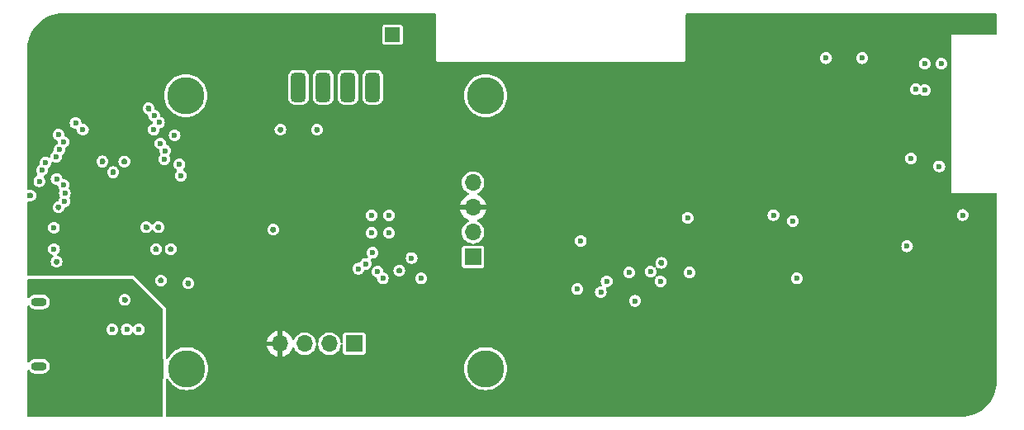
<source format=gbr>
%TF.GenerationSoftware,KiCad,Pcbnew,7.0.10-7.0.10~ubuntu22.04.1*%
%TF.CreationDate,2024-03-26T22:08:59+01:00*%
%TF.ProjectId,hackbat,6861636b-6261-4742-9e6b-696361645f70,rev?*%
%TF.SameCoordinates,Original*%
%TF.FileFunction,Copper,L2,Inr*%
%TF.FilePolarity,Positive*%
%FSLAX46Y46*%
G04 Gerber Fmt 4.6, Leading zero omitted, Abs format (unit mm)*
G04 Created by KiCad (PCBNEW 7.0.10-7.0.10~ubuntu22.04.1) date 2024-03-26 22:08:59*
%MOMM*%
%LPD*%
G01*
G04 APERTURE LIST*
G04 Aperture macros list*
%AMRoundRect*
0 Rectangle with rounded corners*
0 $1 Rounding radius*
0 $2 $3 $4 $5 $6 $7 $8 $9 X,Y pos of 4 corners*
0 Add a 4 corners polygon primitive as box body*
4,1,4,$2,$3,$4,$5,$6,$7,$8,$9,$2,$3,0*
0 Add four circle primitives for the rounded corners*
1,1,$1+$1,$2,$3*
1,1,$1+$1,$4,$5*
1,1,$1+$1,$6,$7*
1,1,$1+$1,$8,$9*
0 Add four rect primitives between the rounded corners*
20,1,$1+$1,$2,$3,$4,$5,0*
20,1,$1+$1,$4,$5,$6,$7,0*
20,1,$1+$1,$6,$7,$8,$9,0*
20,1,$1+$1,$8,$9,$2,$3,0*%
G04 Aperture macros list end*
%TA.AperFunction,ComponentPad*%
%ADD10C,0.600000*%
%TD*%
%TA.AperFunction,ComponentPad*%
%ADD11R,1.700000X1.700000*%
%TD*%
%TA.AperFunction,ComponentPad*%
%ADD12O,1.700000X1.700000*%
%TD*%
%TA.AperFunction,ComponentPad*%
%ADD13R,1.500000X1.500000*%
%TD*%
%TA.AperFunction,ComponentPad*%
%ADD14C,3.800000*%
%TD*%
%TA.AperFunction,ComponentPad*%
%ADD15RoundRect,0.375000X0.375000X-1.125000X0.375000X1.125000X-0.375000X1.125000X-0.375000X-1.125000X0*%
%TD*%
%TA.AperFunction,ComponentPad*%
%ADD16O,1.600000X0.900000*%
%TD*%
%TA.AperFunction,ViaPad*%
%ADD17C,0.600000*%
%TD*%
G04 APERTURE END LIST*
D10*
%TO.N,GND*%
%TO.C,U6*%
X127400000Y-81025000D03*
X125600000Y-81025000D03*
X127400000Y-82825000D03*
X125600000Y-82825000D03*
%TD*%
D11*
%TO.N,uart_tx*%
%TO.C,J5*%
X123820000Y-94200000D03*
D12*
%TO.N,uart_rx*%
X121280000Y-94200000D03*
%TO.N,GND*%
X118740000Y-94200000D03*
%TO.N,+3V3*%
X116200000Y-94200000D03*
%TD*%
D13*
%TO.N,Net-(AE1-A)*%
%TO.C,AE1*%
X127750000Y-62500000D03*
%TD*%
D14*
%TO.N,*%
%TO.C,U5*%
X106550000Y-68750000D03*
X106650000Y-96750000D03*
X137300000Y-68750000D03*
X137300000Y-96750000D03*
D15*
%TO.N,Net-(U5-VCC_IN)*%
X118100000Y-67900000D03*
%TO.N,Net-(U5-GND)*%
X120640000Y-67900000D03*
%TO.N,i2c_scl*%
X123180000Y-67900000D03*
%TO.N,i2c_sda*%
X125720000Y-67900000D03*
%TD*%
D16*
%TO.N,GND*%
%TO.C,J2*%
X91500000Y-89900000D03*
X91500000Y-96500000D03*
%TD*%
D11*
%TO.N,i2c_scl*%
%TO.C,J3*%
X136000000Y-85300000D03*
D12*
%TO.N,i2c_sda*%
X136000000Y-82760000D03*
%TO.N,+3V3*%
X136000000Y-80220000D03*
%TO.N,GND*%
X136000000Y-77680000D03*
%TD*%
D17*
%TO.N,GND*%
X100300000Y-89700000D03*
X104000000Y-87700000D03*
X106800000Y-88000000D03*
%TO.N,+3V3*%
X105200000Y-88200000D03*
X100200000Y-84600000D03*
%TO.N,GND*%
X155300000Y-85900000D03*
%TO.N,led_0*%
X93037500Y-84500000D03*
X103800000Y-71500000D03*
%TO.N,led_1*%
X93037500Y-82290000D03*
X103300000Y-70800000D03*
%TO.N,GND*%
X93300000Y-85800000D03*
X93500000Y-80200000D03*
X90600000Y-79000000D03*
X128436500Y-86700000D03*
%TO.N,spi_clk*%
X130700000Y-87500000D03*
%TO.N,sdcard_cs*%
X146700000Y-88600000D03*
%TO.N,uart_rx*%
X91536500Y-77525000D03*
%TO.N,uart_tx*%
X91800000Y-76400000D03*
%TO.N,GND*%
X120000000Y-72250000D03*
X116250000Y-72250000D03*
X99100000Y-76600000D03*
X100250000Y-75500000D03*
X102500000Y-82250000D03*
X103500000Y-84500000D03*
X102728219Y-70064612D03*
X105000000Y-84500000D03*
X103750000Y-82250000D03*
X98000000Y-75500000D03*
X115500000Y-82500000D03*
%TO.N,+5V*%
X102250000Y-99000000D03*
X94750000Y-91750000D03*
X103000000Y-100250000D03*
X95250000Y-88250000D03*
%TO.N,+3V3*%
X93250000Y-78250000D03*
X118250000Y-72000000D03*
X101750000Y-92750000D03*
X125000000Y-79500000D03*
X154500000Y-76750000D03*
X95000000Y-79750000D03*
X164750000Y-97000000D03*
X127500000Y-86900000D03*
X165000000Y-88500000D03*
X129500000Y-81250000D03*
X99000000Y-92750000D03*
X176500000Y-76500000D03*
X175500000Y-85750000D03*
X109500000Y-76250000D03*
X124686500Y-72575000D03*
X98750000Y-80750000D03*
X128000000Y-79750000D03*
X92000000Y-70000000D03*
X170200000Y-79100000D03*
X113250000Y-80250000D03*
X164750000Y-66750000D03*
X154400000Y-83900000D03*
X114250000Y-72250000D03*
X165000000Y-85500000D03*
X98976545Y-71476545D03*
X100500000Y-92750000D03*
X164300000Y-77000000D03*
X92100000Y-74800000D03*
X164750000Y-74750000D03*
X172200000Y-80700000D03*
X122233183Y-82320000D03*
X104000000Y-79750000D03*
X103800000Y-76000000D03*
X181200000Y-73400000D03*
X122500000Y-72250000D03*
%TO.N,sdcard_cs*%
X104436500Y-74398455D03*
X149100000Y-88900000D03*
%TO.N,Net-(J4-CMD)*%
X152000000Y-86900000D03*
%TO.N,sdcard_sclk*%
X154200000Y-86800000D03*
X103948455Y-73648455D03*
%TO.N,Net-(J4-DAT0)*%
X155225000Y-87800000D03*
%TO.N,button_up*%
X166800000Y-81000000D03*
X92151545Y-75648455D03*
%TO.N,button_right*%
X180500000Y-84200000D03*
X94151545Y-78751545D03*
%TO.N,button_left*%
X93300000Y-77300000D03*
X158000000Y-81282500D03*
%TO.N,button_down*%
X169200000Y-87500000D03*
X94100000Y-79600000D03*
%TO.N,button_enter*%
X168800000Y-81600000D03*
X94000000Y-77900000D03*
%TO.N,Net-(D3-A)*%
X186200000Y-81000000D03*
%TO.N,spi_rx*%
X95250000Y-71563500D03*
X125700000Y-84873000D03*
%TO.N,spi_rf_cs*%
X129700000Y-85400000D03*
X96000000Y-72250000D03*
%TO.N,spi_clk*%
X93500000Y-72750000D03*
X125000000Y-86000000D03*
%TO.N,spi_tx*%
X124250000Y-86500000D03*
X94000000Y-73500000D03*
%TO.N,rf_gd2*%
X126200000Y-86800000D03*
X93620424Y-74290924D03*
%TO.N,rf_gd0*%
X93250000Y-75000000D03*
X126750000Y-87500000D03*
%TO.N,sdcard_detection*%
X103263500Y-72236500D03*
X147048455Y-83648455D03*
X158200000Y-86900000D03*
%TO.N,sdcard_mosi*%
X105400000Y-72800000D03*
X149700000Y-87800000D03*
%TO.N,sdcard_miso*%
X104346209Y-75269738D03*
X152600000Y-89800000D03*
%TO.N,wifi_txd*%
X181400000Y-68100000D03*
X105900000Y-75800000D03*
%TO.N,Net-(U4-GPIO1{slash}TXD)*%
X184000000Y-65475000D03*
%TO.N,wifi_rxd*%
X106040294Y-76955500D03*
X182300000Y-68200000D03*
%TO.N,Net-(U4-GPIO3{slash}RXD)*%
X182300000Y-65475000D03*
%TO.N,Net-(U4-~{RST})*%
X183800000Y-76000000D03*
%TO.N,Net-(U4-EN)*%
X180900000Y-75200000D03*
%TO.N,Net-(U4-GPIO15)*%
X172200000Y-64900000D03*
%TO.N,Net-(U4-GPIO0)*%
X175900000Y-64900000D03*
%TD*%
%TA.AperFunction,Conductor*%
%TO.N,GND*%
G36*
X100360824Y-89410461D02*
G01*
X100392088Y-89418838D01*
X100408013Y-89425434D01*
X100433689Y-89436069D01*
X100461721Y-89452253D01*
X100461725Y-89452256D01*
X100497446Y-89479667D01*
X100520332Y-89502553D01*
X100547744Y-89538276D01*
X100563930Y-89566312D01*
X100581159Y-89607907D01*
X100589537Y-89639174D01*
X100595414Y-89683814D01*
X100595414Y-89716184D01*
X100589537Y-89760824D01*
X100581159Y-89792091D01*
X100563930Y-89833686D01*
X100547744Y-89861722D01*
X100520332Y-89897445D01*
X100497445Y-89920332D01*
X100461722Y-89947744D01*
X100433686Y-89963930D01*
X100392091Y-89981159D01*
X100360824Y-89989537D01*
X100316184Y-89995414D01*
X100283814Y-89995414D01*
X100239174Y-89989537D01*
X100207907Y-89981159D01*
X100166312Y-89963930D01*
X100138276Y-89947744D01*
X100102553Y-89920332D01*
X100079666Y-89897445D01*
X100052254Y-89861722D01*
X100036068Y-89833686D01*
X100029487Y-89817799D01*
X100018838Y-89792090D01*
X100010461Y-89760824D01*
X100005055Y-89719760D01*
X100004584Y-89716179D01*
X100004584Y-89683819D01*
X100010461Y-89639170D01*
X100018838Y-89607907D01*
X100036071Y-89566302D01*
X100052251Y-89538279D01*
X100079666Y-89502552D01*
X100102550Y-89479668D01*
X100138277Y-89452253D01*
X100166309Y-89436069D01*
X100207909Y-89418838D01*
X100239170Y-89410461D01*
X100283818Y-89404584D01*
X100316177Y-89404584D01*
X100360824Y-89410461D01*
G37*
%TD.AperFunction*%
%TA.AperFunction,Conductor*%
G36*
X106860824Y-87710461D02*
G01*
X106892088Y-87718838D01*
X106908013Y-87725434D01*
X106933689Y-87736069D01*
X106961721Y-87752253D01*
X106961725Y-87752256D01*
X106997446Y-87779667D01*
X107020332Y-87802553D01*
X107047744Y-87838276D01*
X107063930Y-87866312D01*
X107081159Y-87907907D01*
X107089537Y-87939174D01*
X107095414Y-87983814D01*
X107095414Y-88016184D01*
X107089537Y-88060824D01*
X107081159Y-88092091D01*
X107063930Y-88133686D01*
X107047744Y-88161722D01*
X107020332Y-88197445D01*
X106997445Y-88220332D01*
X106961722Y-88247744D01*
X106933686Y-88263930D01*
X106892091Y-88281159D01*
X106860827Y-88289537D01*
X106816188Y-88295415D01*
X106783814Y-88295415D01*
X106764203Y-88292833D01*
X106739171Y-88289537D01*
X106707907Y-88281159D01*
X106666312Y-88263930D01*
X106638276Y-88247744D01*
X106602553Y-88220332D01*
X106579666Y-88197445D01*
X106552254Y-88161722D01*
X106536068Y-88133686D01*
X106518839Y-88092091D01*
X106510461Y-88060824D01*
X106504584Y-88016179D01*
X106504584Y-87983819D01*
X106510461Y-87939170D01*
X106518838Y-87907907D01*
X106536071Y-87866302D01*
X106552251Y-87838279D01*
X106579666Y-87802552D01*
X106602550Y-87779668D01*
X106638277Y-87752253D01*
X106666309Y-87736069D01*
X106707909Y-87718838D01*
X106739170Y-87710461D01*
X106783818Y-87704584D01*
X106816177Y-87704584D01*
X106860824Y-87710461D01*
G37*
%TD.AperFunction*%
%TA.AperFunction,Conductor*%
G36*
X104060824Y-87410461D02*
G01*
X104092088Y-87418838D01*
X104108013Y-87425434D01*
X104133689Y-87436069D01*
X104161721Y-87452253D01*
X104161725Y-87452256D01*
X104197446Y-87479667D01*
X104220332Y-87502553D01*
X104247744Y-87538276D01*
X104263930Y-87566312D01*
X104281159Y-87607907D01*
X104289537Y-87639171D01*
X104295415Y-87683812D01*
X104295415Y-87716187D01*
X104289538Y-87760822D01*
X104281160Y-87792088D01*
X104263927Y-87833692D01*
X104247742Y-87861726D01*
X104220336Y-87897442D01*
X104197447Y-87920330D01*
X104161721Y-87947744D01*
X104133686Y-87963930D01*
X104092091Y-87981159D01*
X104060824Y-87989537D01*
X104016184Y-87995414D01*
X103983814Y-87995414D01*
X103939174Y-87989537D01*
X103907907Y-87981159D01*
X103866312Y-87963930D01*
X103838276Y-87947744D01*
X103802553Y-87920332D01*
X103779666Y-87897445D01*
X103752254Y-87861722D01*
X103736068Y-87833686D01*
X103723172Y-87802553D01*
X103718838Y-87792088D01*
X103710461Y-87760824D01*
X103709333Y-87752255D01*
X103704584Y-87716179D01*
X103704584Y-87683819D01*
X103710461Y-87639170D01*
X103718838Y-87607907D01*
X103736071Y-87566302D01*
X103752251Y-87538279D01*
X103779666Y-87502552D01*
X103802550Y-87479668D01*
X103838277Y-87452253D01*
X103866309Y-87436069D01*
X103907909Y-87418838D01*
X103939170Y-87410461D01*
X103983818Y-87404584D01*
X104016177Y-87404584D01*
X104060824Y-87410461D01*
G37*
%TD.AperFunction*%
%TA.AperFunction,Conductor*%
G36*
X128497324Y-86410461D02*
G01*
X128528588Y-86418838D01*
X128544513Y-86425434D01*
X128570189Y-86436069D01*
X128598221Y-86452253D01*
X128598225Y-86452256D01*
X128633946Y-86479667D01*
X128656832Y-86502553D01*
X128684244Y-86538276D01*
X128700430Y-86566312D01*
X128717659Y-86607907D01*
X128726037Y-86639174D01*
X128731914Y-86683814D01*
X128731914Y-86716184D01*
X128726037Y-86760824D01*
X128717659Y-86792092D01*
X128700429Y-86833689D01*
X128684244Y-86861723D01*
X128656835Y-86897443D01*
X128633946Y-86920331D01*
X128598221Y-86947744D01*
X128570186Y-86963930D01*
X128528591Y-86981159D01*
X128497324Y-86989537D01*
X128452684Y-86995414D01*
X128420314Y-86995414D01*
X128375674Y-86989537D01*
X128344407Y-86981159D01*
X128302812Y-86963930D01*
X128274776Y-86947744D01*
X128239053Y-86920332D01*
X128216166Y-86897445D01*
X128188754Y-86861722D01*
X128172568Y-86833686D01*
X128155339Y-86792092D01*
X128155338Y-86792090D01*
X128146961Y-86760824D01*
X128141084Y-86716179D01*
X128141084Y-86683819D01*
X128146961Y-86639170D01*
X128155338Y-86607907D01*
X128172571Y-86566302D01*
X128188751Y-86538279D01*
X128216166Y-86502552D01*
X128239050Y-86479668D01*
X128274777Y-86452253D01*
X128302809Y-86436069D01*
X128344409Y-86418838D01*
X128375670Y-86410461D01*
X128420318Y-86404584D01*
X128452677Y-86404584D01*
X128497324Y-86410461D01*
G37*
%TD.AperFunction*%
%TA.AperFunction,Conductor*%
G36*
X155360824Y-85610461D02*
G01*
X155392088Y-85618838D01*
X155408013Y-85625434D01*
X155433689Y-85636069D01*
X155461721Y-85652253D01*
X155461725Y-85652256D01*
X155497446Y-85679667D01*
X155520332Y-85702553D01*
X155547744Y-85738276D01*
X155563930Y-85766312D01*
X155581159Y-85807907D01*
X155589537Y-85839173D01*
X155595414Y-85883812D01*
X155595414Y-85916183D01*
X155589537Y-85960824D01*
X155581159Y-85992091D01*
X155563930Y-86033686D01*
X155547744Y-86061722D01*
X155520332Y-86097445D01*
X155497445Y-86120332D01*
X155461722Y-86147744D01*
X155433686Y-86163930D01*
X155392091Y-86181159D01*
X155360824Y-86189537D01*
X155316184Y-86195414D01*
X155283814Y-86195414D01*
X155239174Y-86189537D01*
X155207906Y-86181159D01*
X155166309Y-86163929D01*
X155138277Y-86147745D01*
X155106542Y-86123394D01*
X155106529Y-86123385D01*
X155093798Y-86115203D01*
X155048046Y-86062396D01*
X155046282Y-86058343D01*
X155018839Y-85992089D01*
X155010461Y-85960823D01*
X155004584Y-85916180D01*
X155004584Y-85883820D01*
X155010461Y-85839170D01*
X155018838Y-85807907D01*
X155036071Y-85766302D01*
X155052251Y-85738279D01*
X155079666Y-85702552D01*
X155102550Y-85679668D01*
X155138277Y-85652253D01*
X155166309Y-85636069D01*
X155207909Y-85618838D01*
X155239170Y-85610461D01*
X155283818Y-85604584D01*
X155316177Y-85604584D01*
X155360824Y-85610461D01*
G37*
%TD.AperFunction*%
%TA.AperFunction,Conductor*%
G36*
X93299029Y-85484766D02*
G01*
X93313562Y-85490138D01*
X93318763Y-85492439D01*
X93318762Y-85492439D01*
X93326798Y-85494695D01*
X93341422Y-85498800D01*
X93355347Y-85503619D01*
X93433696Y-85536072D01*
X93461726Y-85552257D01*
X93497443Y-85579664D01*
X93520331Y-85602552D01*
X93547744Y-85638277D01*
X93563930Y-85666312D01*
X93581159Y-85707907D01*
X93589537Y-85739174D01*
X93595414Y-85783814D01*
X93595414Y-85816184D01*
X93589537Y-85860824D01*
X93581159Y-85892091D01*
X93563930Y-85933686D01*
X93547744Y-85961722D01*
X93520332Y-85997445D01*
X93497445Y-86020332D01*
X93461722Y-86047744D01*
X93433686Y-86063930D01*
X93392091Y-86081159D01*
X93360824Y-86089537D01*
X93316184Y-86095414D01*
X93283814Y-86095414D01*
X93239174Y-86089537D01*
X93207907Y-86081159D01*
X93166312Y-86063930D01*
X93138276Y-86047744D01*
X93102553Y-86020332D01*
X93079666Y-85997445D01*
X93052254Y-85961722D01*
X93036068Y-85933686D01*
X93022115Y-85900001D01*
X93018838Y-85892090D01*
X93010461Y-85860824D01*
X93007611Y-85839173D01*
X93004584Y-85816179D01*
X93004584Y-85783819D01*
X93010461Y-85739170D01*
X93018838Y-85707907D01*
X93036071Y-85666302D01*
X93052248Y-85638284D01*
X93079670Y-85602546D01*
X93102553Y-85579664D01*
X93140413Y-85550614D01*
X93148935Y-85543830D01*
X93155753Y-85538201D01*
X93170160Y-85521773D01*
X93229161Y-85484350D01*
X93299029Y-85484766D01*
G37*
%TD.AperFunction*%
%TA.AperFunction,Conductor*%
G36*
X103560824Y-84210461D02*
G01*
X103592088Y-84218838D01*
X103608013Y-84225434D01*
X103633689Y-84236069D01*
X103661721Y-84252253D01*
X103661725Y-84252256D01*
X103697446Y-84279667D01*
X103720332Y-84302553D01*
X103747744Y-84338276D01*
X103763930Y-84366312D01*
X103781159Y-84407907D01*
X103789537Y-84439174D01*
X103795414Y-84483814D01*
X103795414Y-84516184D01*
X103789537Y-84560824D01*
X103781159Y-84592091D01*
X103763930Y-84633686D01*
X103747744Y-84661722D01*
X103720332Y-84697445D01*
X103697445Y-84720332D01*
X103661722Y-84747744D01*
X103633686Y-84763930D01*
X103592091Y-84781159D01*
X103560824Y-84789537D01*
X103516184Y-84795414D01*
X103483814Y-84795414D01*
X103439174Y-84789537D01*
X103407907Y-84781159D01*
X103366312Y-84763930D01*
X103338276Y-84747744D01*
X103302553Y-84720332D01*
X103279666Y-84697445D01*
X103252254Y-84661722D01*
X103236068Y-84633686D01*
X103218839Y-84592091D01*
X103210461Y-84560824D01*
X103204584Y-84516179D01*
X103204584Y-84483819D01*
X103210461Y-84439170D01*
X103218838Y-84407907D01*
X103236071Y-84366302D01*
X103252251Y-84338279D01*
X103279666Y-84302552D01*
X103302550Y-84279668D01*
X103338277Y-84252253D01*
X103366309Y-84236069D01*
X103407909Y-84218838D01*
X103439170Y-84210461D01*
X103483818Y-84204584D01*
X103516177Y-84204584D01*
X103560824Y-84210461D01*
G37*
%TD.AperFunction*%
%TA.AperFunction,Conductor*%
G36*
X105060824Y-84210461D02*
G01*
X105092088Y-84218838D01*
X105108013Y-84225434D01*
X105133689Y-84236069D01*
X105161721Y-84252253D01*
X105161725Y-84252256D01*
X105197446Y-84279667D01*
X105220332Y-84302553D01*
X105247744Y-84338276D01*
X105263930Y-84366312D01*
X105281159Y-84407907D01*
X105289537Y-84439174D01*
X105295414Y-84483814D01*
X105295414Y-84516184D01*
X105289537Y-84560824D01*
X105281159Y-84592091D01*
X105263930Y-84633686D01*
X105247744Y-84661722D01*
X105220332Y-84697445D01*
X105197445Y-84720332D01*
X105161722Y-84747744D01*
X105133686Y-84763930D01*
X105092091Y-84781159D01*
X105060824Y-84789537D01*
X105016184Y-84795414D01*
X104983814Y-84795414D01*
X104939174Y-84789537D01*
X104907907Y-84781159D01*
X104866312Y-84763930D01*
X104838276Y-84747744D01*
X104802553Y-84720332D01*
X104779666Y-84697445D01*
X104752254Y-84661722D01*
X104736068Y-84633686D01*
X104718839Y-84592091D01*
X104710461Y-84560824D01*
X104704584Y-84516179D01*
X104704584Y-84483819D01*
X104710461Y-84439170D01*
X104718838Y-84407907D01*
X104736071Y-84366302D01*
X104752251Y-84338279D01*
X104779666Y-84302552D01*
X104802550Y-84279668D01*
X104838277Y-84252253D01*
X104866309Y-84236069D01*
X104907909Y-84218838D01*
X104939170Y-84210461D01*
X104983818Y-84204584D01*
X105016177Y-84204584D01*
X105060824Y-84210461D01*
G37*
%TD.AperFunction*%
%TA.AperFunction,Conductor*%
G36*
X115560824Y-82210461D02*
G01*
X115592088Y-82218838D01*
X115604865Y-82224130D01*
X115633689Y-82236069D01*
X115661721Y-82252253D01*
X115661725Y-82252256D01*
X115697446Y-82279667D01*
X115720332Y-82302553D01*
X115747744Y-82338276D01*
X115763930Y-82366312D01*
X115781159Y-82407907D01*
X115789537Y-82439174D01*
X115795414Y-82483814D01*
X115795414Y-82516184D01*
X115789537Y-82560824D01*
X115781159Y-82592091D01*
X115763930Y-82633686D01*
X115747744Y-82661722D01*
X115720332Y-82697445D01*
X115697445Y-82720332D01*
X115661722Y-82747744D01*
X115633686Y-82763930D01*
X115592091Y-82781159D01*
X115560824Y-82789537D01*
X115516184Y-82795414D01*
X115483814Y-82795414D01*
X115439174Y-82789537D01*
X115407907Y-82781159D01*
X115366312Y-82763930D01*
X115338276Y-82747744D01*
X115302553Y-82720332D01*
X115279666Y-82697445D01*
X115252254Y-82661722D01*
X115236068Y-82633686D01*
X115218839Y-82592091D01*
X115210461Y-82560824D01*
X115208713Y-82547546D01*
X115204584Y-82516179D01*
X115204584Y-82483819D01*
X115210461Y-82439170D01*
X115218838Y-82407907D01*
X115222622Y-82398772D01*
X115236071Y-82366302D01*
X115252251Y-82338279D01*
X115279666Y-82302552D01*
X115302550Y-82279668D01*
X115338277Y-82252253D01*
X115366309Y-82236069D01*
X115371753Y-82233814D01*
X115407910Y-82218837D01*
X115439170Y-82210461D01*
X115483818Y-82204584D01*
X115516177Y-82204584D01*
X115560824Y-82210461D01*
G37*
%TD.AperFunction*%
%TA.AperFunction,Conductor*%
G36*
X102560824Y-81960461D02*
G01*
X102592088Y-81968838D01*
X102608013Y-81975434D01*
X102633689Y-81986069D01*
X102661721Y-82002253D01*
X102661725Y-82002256D01*
X102697446Y-82029667D01*
X102720332Y-82052553D01*
X102784261Y-82135866D01*
X102795737Y-82149934D01*
X102795746Y-82149945D01*
X102795749Y-82149948D01*
X102805406Y-82161092D01*
X102805408Y-82161093D01*
X102805411Y-82161097D01*
X102807691Y-82163310D01*
X102808370Y-82164511D01*
X102808909Y-82165133D01*
X102808783Y-82165241D01*
X102842083Y-82224130D01*
X102838133Y-82293888D01*
X102807954Y-82341000D01*
X102784257Y-82364140D01*
X102720335Y-82447443D01*
X102697447Y-82470330D01*
X102661721Y-82497744D01*
X102633686Y-82513930D01*
X102592091Y-82531159D01*
X102560824Y-82539537D01*
X102516184Y-82545414D01*
X102483814Y-82545414D01*
X102439174Y-82539537D01*
X102407907Y-82531159D01*
X102366312Y-82513930D01*
X102338276Y-82497744D01*
X102302553Y-82470332D01*
X102279666Y-82447445D01*
X102252254Y-82411722D01*
X102236068Y-82383686D01*
X102235807Y-82383057D01*
X102218837Y-82342085D01*
X102210461Y-82310824D01*
X102209483Y-82303394D01*
X102204584Y-82266179D01*
X102204584Y-82233819D01*
X102210461Y-82189170D01*
X102218838Y-82157907D01*
X102222135Y-82149948D01*
X102236071Y-82116302D01*
X102252251Y-82088279D01*
X102279666Y-82052552D01*
X102302550Y-82029668D01*
X102338277Y-82002253D01*
X102366309Y-81986069D01*
X102407909Y-81968838D01*
X102439170Y-81960461D01*
X102483818Y-81954584D01*
X102516177Y-81954584D01*
X102560824Y-81960461D01*
G37*
%TD.AperFunction*%
%TA.AperFunction,Conductor*%
G36*
X103810824Y-81960461D02*
G01*
X103842088Y-81968838D01*
X103858013Y-81975434D01*
X103883689Y-81986069D01*
X103911721Y-82002253D01*
X103911725Y-82002256D01*
X103947446Y-82029667D01*
X103970332Y-82052553D01*
X103997744Y-82088276D01*
X104013930Y-82116312D01*
X104031159Y-82157907D01*
X104039537Y-82189174D01*
X104045414Y-82233814D01*
X104045414Y-82266185D01*
X104039537Y-82310823D01*
X104031161Y-82342085D01*
X104014191Y-82383056D01*
X104014192Y-82383057D01*
X104013947Y-82383649D01*
X103997746Y-82411720D01*
X103970331Y-82447447D01*
X103947443Y-82470335D01*
X103911723Y-82497744D01*
X103883689Y-82513929D01*
X103842092Y-82531159D01*
X103810824Y-82539537D01*
X103766184Y-82545414D01*
X103733814Y-82545414D01*
X103689174Y-82539537D01*
X103657907Y-82531159D01*
X103616312Y-82513930D01*
X103588276Y-82497744D01*
X103552553Y-82470332D01*
X103529666Y-82447444D01*
X103465755Y-82364155D01*
X103465493Y-82363834D01*
X103454258Y-82350061D01*
X103444600Y-82338915D01*
X103444597Y-82338913D01*
X103444595Y-82338910D01*
X103442312Y-82336694D01*
X103441629Y-82335487D01*
X103441092Y-82334867D01*
X103441217Y-82334758D01*
X103407917Y-82275876D01*
X103411863Y-82206118D01*
X103442047Y-82158996D01*
X103465746Y-82135856D01*
X103529667Y-82052550D01*
X103552552Y-82029666D01*
X103588274Y-82002255D01*
X103616309Y-81986069D01*
X103657909Y-81968838D01*
X103689170Y-81960461D01*
X103733818Y-81954584D01*
X103766177Y-81954584D01*
X103810824Y-81960461D01*
G37*
%TD.AperFunction*%
%TA.AperFunction,Conductor*%
G36*
X93554602Y-79906694D02*
G01*
X93609646Y-79947389D01*
X93671718Y-80028282D01*
X93671719Y-80028283D01*
X93755620Y-80092662D01*
X93796823Y-80149090D01*
X93800978Y-80218836D01*
X93799519Y-80224551D01*
X93789717Y-80259467D01*
X93789713Y-80259485D01*
X93789554Y-80260692D01*
X93789538Y-80260824D01*
X93789537Y-80260828D01*
X93789117Y-80262393D01*
X93788826Y-80263815D01*
X93788741Y-80263797D01*
X93781158Y-80292095D01*
X93763929Y-80333688D01*
X93747744Y-80361722D01*
X93720332Y-80397445D01*
X93697445Y-80420332D01*
X93661722Y-80447744D01*
X93633686Y-80463930D01*
X93592091Y-80481159D01*
X93560824Y-80489537D01*
X93516184Y-80495414D01*
X93483814Y-80495414D01*
X93439174Y-80489537D01*
X93407907Y-80481159D01*
X93366312Y-80463930D01*
X93338276Y-80447744D01*
X93302553Y-80420332D01*
X93279666Y-80397445D01*
X93252254Y-80361722D01*
X93236068Y-80333686D01*
X93218839Y-80292091D01*
X93210461Y-80260824D01*
X93210285Y-80259485D01*
X93204584Y-80216180D01*
X93204584Y-80183820D01*
X93210461Y-80139170D01*
X93218838Y-80107907D01*
X93236071Y-80066302D01*
X93252251Y-80038279D01*
X93279666Y-80002552D01*
X93302550Y-79979668D01*
X93338277Y-79952253D01*
X93366309Y-79936069D01*
X93407909Y-79918838D01*
X93437986Y-79910782D01*
X93437977Y-79910727D01*
X93438598Y-79910618D01*
X93439197Y-79910458D01*
X93440521Y-79910284D01*
X93465587Y-79905916D01*
X93484914Y-79901711D01*
X93554602Y-79906694D01*
G37*
%TD.AperFunction*%
%TA.AperFunction,Conductor*%
G36*
X90660824Y-78710461D02*
G01*
X90692088Y-78718838D01*
X90708013Y-78725434D01*
X90733689Y-78736069D01*
X90761721Y-78752253D01*
X90773670Y-78761422D01*
X90797446Y-78779667D01*
X90820332Y-78802553D01*
X90847744Y-78838276D01*
X90863930Y-78866312D01*
X90881159Y-78907907D01*
X90889537Y-78939173D01*
X90895414Y-78983812D01*
X90895414Y-79016183D01*
X90889537Y-79060824D01*
X90881159Y-79092091D01*
X90863930Y-79133686D01*
X90847744Y-79161722D01*
X90820332Y-79197445D01*
X90797445Y-79220332D01*
X90761722Y-79247744D01*
X90733686Y-79263930D01*
X90692091Y-79281159D01*
X90660825Y-79289537D01*
X90616187Y-79295414D01*
X90583816Y-79295414D01*
X90480561Y-79281820D01*
X90480560Y-79281820D01*
X90425606Y-79282311D01*
X90358394Y-79263225D01*
X90312170Y-79210832D01*
X90300500Y-79158316D01*
X90300500Y-78841519D01*
X90320185Y-78774480D01*
X90372989Y-78728725D01*
X90425975Y-78717528D01*
X90472249Y-78718079D01*
X90480557Y-78718178D01*
X90480557Y-78718177D01*
X90480561Y-78718178D01*
X90583818Y-78704584D01*
X90616177Y-78704584D01*
X90660824Y-78710461D01*
G37*
%TD.AperFunction*%
%TA.AperFunction,Conductor*%
G36*
X99160824Y-76310461D02*
G01*
X99192088Y-76318838D01*
X99208013Y-76325434D01*
X99233689Y-76336069D01*
X99261721Y-76352253D01*
X99261725Y-76352256D01*
X99297446Y-76379667D01*
X99320332Y-76402553D01*
X99347744Y-76438276D01*
X99363930Y-76466312D01*
X99381159Y-76507907D01*
X99389537Y-76539174D01*
X99395414Y-76583814D01*
X99395414Y-76616184D01*
X99389537Y-76660824D01*
X99381159Y-76692091D01*
X99363930Y-76733686D01*
X99347744Y-76761722D01*
X99320332Y-76797445D01*
X99297445Y-76820332D01*
X99261722Y-76847744D01*
X99233686Y-76863930D01*
X99192091Y-76881159D01*
X99160824Y-76889537D01*
X99116184Y-76895414D01*
X99083814Y-76895414D01*
X99039174Y-76889537D01*
X99007907Y-76881159D01*
X98966312Y-76863930D01*
X98938276Y-76847744D01*
X98902553Y-76820332D01*
X98879666Y-76797445D01*
X98852254Y-76761722D01*
X98836068Y-76733686D01*
X98818839Y-76692091D01*
X98810461Y-76660824D01*
X98804584Y-76616179D01*
X98804584Y-76583819D01*
X98810461Y-76539170D01*
X98818838Y-76507907D01*
X98836071Y-76466302D01*
X98852251Y-76438279D01*
X98879666Y-76402552D01*
X98902550Y-76379668D01*
X98938277Y-76352253D01*
X98966309Y-76336069D01*
X99007909Y-76318838D01*
X99039170Y-76310461D01*
X99083818Y-76304584D01*
X99116177Y-76304584D01*
X99160824Y-76310461D01*
G37*
%TD.AperFunction*%
%TA.AperFunction,Conductor*%
G36*
X98060824Y-75210461D02*
G01*
X98092088Y-75218838D01*
X98108013Y-75225434D01*
X98133689Y-75236069D01*
X98161721Y-75252253D01*
X98161725Y-75252256D01*
X98197446Y-75279667D01*
X98220332Y-75302553D01*
X98247744Y-75338276D01*
X98263930Y-75366312D01*
X98281159Y-75407907D01*
X98289537Y-75439174D01*
X98295414Y-75483814D01*
X98295414Y-75516184D01*
X98289537Y-75560824D01*
X98281159Y-75592091D01*
X98263930Y-75633686D01*
X98247744Y-75661722D01*
X98220332Y-75697445D01*
X98197445Y-75720332D01*
X98161722Y-75747744D01*
X98133686Y-75763930D01*
X98092091Y-75781159D01*
X98060824Y-75789537D01*
X98016184Y-75795414D01*
X97983814Y-75795414D01*
X97939174Y-75789537D01*
X97907907Y-75781159D01*
X97866312Y-75763930D01*
X97838276Y-75747744D01*
X97802553Y-75720332D01*
X97779666Y-75697445D01*
X97752254Y-75661722D01*
X97736068Y-75633686D01*
X97718839Y-75592091D01*
X97710461Y-75560824D01*
X97704584Y-75516179D01*
X97704584Y-75483819D01*
X97710461Y-75439170D01*
X97718838Y-75407907D01*
X97736071Y-75366302D01*
X97752251Y-75338279D01*
X97779666Y-75302552D01*
X97802550Y-75279668D01*
X97838277Y-75252253D01*
X97866309Y-75236069D01*
X97907909Y-75218838D01*
X97939170Y-75210461D01*
X97983818Y-75204584D01*
X98016177Y-75204584D01*
X98060824Y-75210461D01*
G37*
%TD.AperFunction*%
%TA.AperFunction,Conductor*%
G36*
X100310824Y-75210461D02*
G01*
X100342088Y-75218838D01*
X100358013Y-75225434D01*
X100383689Y-75236069D01*
X100411721Y-75252253D01*
X100411725Y-75252256D01*
X100447446Y-75279667D01*
X100470332Y-75302553D01*
X100497744Y-75338276D01*
X100513930Y-75366312D01*
X100531159Y-75407907D01*
X100539537Y-75439174D01*
X100545414Y-75483814D01*
X100545414Y-75516184D01*
X100539537Y-75560824D01*
X100531159Y-75592091D01*
X100513930Y-75633686D01*
X100497744Y-75661722D01*
X100470332Y-75697445D01*
X100447445Y-75720332D01*
X100411722Y-75747744D01*
X100383686Y-75763930D01*
X100342091Y-75781159D01*
X100310824Y-75789537D01*
X100266184Y-75795414D01*
X100233814Y-75795414D01*
X100189174Y-75789537D01*
X100157907Y-75781159D01*
X100116312Y-75763930D01*
X100088276Y-75747744D01*
X100052553Y-75720332D01*
X100029666Y-75697445D01*
X100002254Y-75661722D01*
X99986068Y-75633686D01*
X99968839Y-75592091D01*
X99960461Y-75560824D01*
X99954584Y-75516179D01*
X99954584Y-75483819D01*
X99960461Y-75439170D01*
X99968838Y-75407907D01*
X99986071Y-75366302D01*
X100002251Y-75338279D01*
X100029666Y-75302552D01*
X100052550Y-75279668D01*
X100088277Y-75252253D01*
X100116309Y-75236069D01*
X100157909Y-75218838D01*
X100189170Y-75210461D01*
X100233818Y-75204584D01*
X100266177Y-75204584D01*
X100310824Y-75210461D01*
G37*
%TD.AperFunction*%
%TA.AperFunction,Conductor*%
G36*
X116310824Y-71960461D02*
G01*
X116342088Y-71968838D01*
X116358013Y-71975434D01*
X116383689Y-71986069D01*
X116411721Y-72002253D01*
X116411725Y-72002256D01*
X116447446Y-72029667D01*
X116470332Y-72052553D01*
X116497744Y-72088276D01*
X116513930Y-72116312D01*
X116531159Y-72157907D01*
X116539537Y-72189174D01*
X116545414Y-72233814D01*
X116545414Y-72266184D01*
X116539537Y-72310824D01*
X116531159Y-72342091D01*
X116513930Y-72383686D01*
X116497744Y-72411722D01*
X116470332Y-72447445D01*
X116447445Y-72470332D01*
X116411722Y-72497744D01*
X116383686Y-72513930D01*
X116342091Y-72531159D01*
X116310824Y-72539537D01*
X116266184Y-72545414D01*
X116233814Y-72545414D01*
X116189174Y-72539537D01*
X116157907Y-72531159D01*
X116116312Y-72513930D01*
X116088276Y-72497744D01*
X116052553Y-72470332D01*
X116029666Y-72447445D01*
X116002254Y-72411722D01*
X115986068Y-72383686D01*
X115968839Y-72342091D01*
X115960461Y-72310824D01*
X115954584Y-72266179D01*
X115954584Y-72233819D01*
X115960461Y-72189170D01*
X115968838Y-72157907D01*
X115986071Y-72116302D01*
X116002251Y-72088279D01*
X116029666Y-72052552D01*
X116052550Y-72029668D01*
X116088277Y-72002253D01*
X116116309Y-71986069D01*
X116157909Y-71968838D01*
X116189170Y-71960461D01*
X116233818Y-71954584D01*
X116266177Y-71954584D01*
X116310824Y-71960461D01*
G37*
%TD.AperFunction*%
%TA.AperFunction,Conductor*%
G36*
X120060824Y-71960461D02*
G01*
X120092088Y-71968838D01*
X120108013Y-71975434D01*
X120133689Y-71986069D01*
X120161721Y-72002253D01*
X120161725Y-72002256D01*
X120197446Y-72029667D01*
X120220332Y-72052553D01*
X120247744Y-72088276D01*
X120263930Y-72116312D01*
X120281159Y-72157907D01*
X120289537Y-72189174D01*
X120295414Y-72233814D01*
X120295414Y-72266184D01*
X120289537Y-72310824D01*
X120281159Y-72342091D01*
X120263930Y-72383686D01*
X120247744Y-72411722D01*
X120220332Y-72447445D01*
X120197445Y-72470332D01*
X120161722Y-72497744D01*
X120133686Y-72513930D01*
X120092091Y-72531159D01*
X120060824Y-72539537D01*
X120016184Y-72545414D01*
X119983814Y-72545414D01*
X119939174Y-72539537D01*
X119907907Y-72531159D01*
X119866312Y-72513930D01*
X119838276Y-72497744D01*
X119802553Y-72470332D01*
X119779666Y-72447445D01*
X119752254Y-72411722D01*
X119736068Y-72383686D01*
X119718839Y-72342091D01*
X119710461Y-72310824D01*
X119704584Y-72266179D01*
X119704584Y-72233819D01*
X119710461Y-72189170D01*
X119718838Y-72157907D01*
X119736071Y-72116302D01*
X119752251Y-72088279D01*
X119779666Y-72052552D01*
X119802550Y-72029668D01*
X119838277Y-72002253D01*
X119866309Y-71986069D01*
X119907909Y-71968838D01*
X119939170Y-71960461D01*
X119983818Y-71954584D01*
X120016177Y-71954584D01*
X120060824Y-71960461D01*
G37*
%TD.AperFunction*%
%TA.AperFunction,Conductor*%
G36*
X102789043Y-69775073D02*
G01*
X102820307Y-69783450D01*
X102836232Y-69790046D01*
X102861908Y-69800681D01*
X102889940Y-69816865D01*
X102889944Y-69816868D01*
X102925665Y-69844279D01*
X102948551Y-69867165D01*
X102975963Y-69902888D01*
X102992149Y-69930924D01*
X103009378Y-69972519D01*
X103017756Y-70003784D01*
X103027334Y-70076529D01*
X103028360Y-70095663D01*
X103028281Y-70098950D01*
X103032665Y-70151488D01*
X103034839Y-70166032D01*
X103025277Y-70235244D01*
X102987686Y-70282732D01*
X102871718Y-70371718D01*
X102871716Y-70371720D01*
X102871117Y-70372180D01*
X102805948Y-70397374D01*
X102745468Y-70387205D01*
X102712327Y-70372545D01*
X102712323Y-70372544D01*
X102712321Y-70372543D01*
X102683555Y-70364468D01*
X102669616Y-70359644D01*
X102594526Y-70328540D01*
X102566493Y-70312355D01*
X102530771Y-70284943D01*
X102507885Y-70262057D01*
X102480473Y-70226334D01*
X102464287Y-70198298D01*
X102447058Y-70156703D01*
X102438680Y-70125436D01*
X102435193Y-70098950D01*
X102432803Y-70080792D01*
X102432803Y-70048432D01*
X102438680Y-70003782D01*
X102447057Y-69972519D01*
X102464290Y-69930914D01*
X102480470Y-69902891D01*
X102507885Y-69867164D01*
X102530769Y-69844280D01*
X102566496Y-69816865D01*
X102594528Y-69800681D01*
X102636128Y-69783450D01*
X102667389Y-69775073D01*
X102712037Y-69769196D01*
X102744396Y-69769196D01*
X102789043Y-69775073D01*
G37*
%TD.AperFunction*%
%TD*%
%TA.AperFunction,Conductor*%
%TO.N,+5V*%
G36*
X101071177Y-87575185D02*
G01*
X101091819Y-87591819D01*
X104158181Y-90658181D01*
X104191666Y-90719504D01*
X104194500Y-90745862D01*
X104194500Y-95602699D01*
X104200548Y-95663196D01*
X104200550Y-95663206D01*
X104210266Y-95711307D01*
X104210270Y-95711324D01*
X104210271Y-95711327D01*
X104219221Y-95745383D01*
X104234853Y-95774035D01*
X104250000Y-95833423D01*
X104250000Y-97668372D01*
X104236533Y-97724571D01*
X104226561Y-97744184D01*
X104226560Y-97744186D01*
X104226560Y-97744187D01*
X104206877Y-97811216D01*
X104194500Y-97897297D01*
X104194500Y-101575500D01*
X104174815Y-101642539D01*
X104122011Y-101688294D01*
X104070500Y-101699500D01*
X90424500Y-101699500D01*
X90357461Y-101679815D01*
X90311706Y-101627011D01*
X90300500Y-101575500D01*
X90300500Y-96989919D01*
X90320185Y-96922880D01*
X90372989Y-96877125D01*
X90442147Y-96867181D01*
X90505703Y-96896206D01*
X90523962Y-96915870D01*
X90600390Y-97018530D01*
X90734786Y-97131302D01*
X90812488Y-97170325D01*
X90891562Y-97210038D01*
X90891563Y-97210038D01*
X90891567Y-97210040D01*
X91062279Y-97250500D01*
X91062282Y-97250500D01*
X91893701Y-97250500D01*
X91893709Y-97250500D01*
X92024255Y-97235241D01*
X92189117Y-97175237D01*
X92335696Y-97078830D01*
X92456092Y-96951218D01*
X92543812Y-96799281D01*
X92594130Y-96631210D01*
X92604331Y-96456065D01*
X92573865Y-96283289D01*
X92504377Y-96122196D01*
X92501118Y-96117819D01*
X92399609Y-95981469D01*
X92265214Y-95868698D01*
X92265212Y-95868697D01*
X92108437Y-95789961D01*
X92108433Y-95789960D01*
X91937721Y-95749500D01*
X91106291Y-95749500D01*
X91001854Y-95761707D01*
X90975743Y-95764759D01*
X90975740Y-95764760D01*
X90810884Y-95824762D01*
X90810880Y-95824764D01*
X90664306Y-95921167D01*
X90664305Y-95921168D01*
X90543911Y-96048777D01*
X90531887Y-96069604D01*
X90481319Y-96117819D01*
X90412712Y-96131041D01*
X90347848Y-96105073D01*
X90307320Y-96048159D01*
X90300500Y-96007603D01*
X90300500Y-92750001D01*
X98394318Y-92750001D01*
X98414955Y-92906760D01*
X98414956Y-92906762D01*
X98475464Y-93052841D01*
X98571718Y-93178282D01*
X98697159Y-93274536D01*
X98843238Y-93335044D01*
X98921619Y-93345363D01*
X98999999Y-93355682D01*
X99000000Y-93355682D01*
X99000001Y-93355682D01*
X99052254Y-93348802D01*
X99156762Y-93335044D01*
X99302841Y-93274536D01*
X99428282Y-93178282D01*
X99524536Y-93052841D01*
X99585044Y-92906762D01*
X99605682Y-92750001D01*
X99894318Y-92750001D01*
X99914955Y-92906760D01*
X99914956Y-92906762D01*
X99975464Y-93052841D01*
X100071718Y-93178282D01*
X100197159Y-93274536D01*
X100343238Y-93335044D01*
X100421619Y-93345363D01*
X100499999Y-93355682D01*
X100500000Y-93355682D01*
X100500001Y-93355682D01*
X100552254Y-93348802D01*
X100656762Y-93335044D01*
X100802841Y-93274536D01*
X100928282Y-93178282D01*
X101024536Y-93052841D01*
X101024535Y-93052841D01*
X101026624Y-93050120D01*
X101083052Y-93008917D01*
X101152798Y-93004762D01*
X101213718Y-93038974D01*
X101223376Y-93050120D01*
X101225464Y-93052841D01*
X101321718Y-93178282D01*
X101447159Y-93274536D01*
X101593238Y-93335044D01*
X101671619Y-93345363D01*
X101749999Y-93355682D01*
X101750000Y-93355682D01*
X101750001Y-93355682D01*
X101802254Y-93348802D01*
X101906762Y-93335044D01*
X102052841Y-93274536D01*
X102178282Y-93178282D01*
X102274536Y-93052841D01*
X102335044Y-92906762D01*
X102355682Y-92750000D01*
X102335044Y-92593238D01*
X102274536Y-92447159D01*
X102178282Y-92321718D01*
X102052841Y-92225464D01*
X101906762Y-92164956D01*
X101906760Y-92164955D01*
X101750001Y-92144318D01*
X101749999Y-92144318D01*
X101593239Y-92164955D01*
X101593237Y-92164956D01*
X101447160Y-92225463D01*
X101321718Y-92321718D01*
X101223376Y-92449880D01*
X101166947Y-92491082D01*
X101097201Y-92495237D01*
X101036281Y-92461024D01*
X101026624Y-92449880D01*
X101016957Y-92437282D01*
X100928282Y-92321718D01*
X100802841Y-92225464D01*
X100656762Y-92164956D01*
X100656760Y-92164955D01*
X100500001Y-92144318D01*
X100499999Y-92144318D01*
X100343239Y-92164955D01*
X100343237Y-92164956D01*
X100197160Y-92225463D01*
X100071718Y-92321718D01*
X99975463Y-92447160D01*
X99914956Y-92593237D01*
X99914955Y-92593239D01*
X99894318Y-92749998D01*
X99894318Y-92750001D01*
X99605682Y-92750001D01*
X99605682Y-92750000D01*
X99585044Y-92593238D01*
X99524536Y-92447159D01*
X99428282Y-92321718D01*
X99302841Y-92225464D01*
X99156762Y-92164956D01*
X99156760Y-92164955D01*
X99000001Y-92144318D01*
X98999999Y-92144318D01*
X98843239Y-92164955D01*
X98843237Y-92164956D01*
X98697160Y-92225463D01*
X98571718Y-92321718D01*
X98475463Y-92447160D01*
X98414956Y-92593237D01*
X98414955Y-92593239D01*
X98394318Y-92749998D01*
X98394318Y-92750001D01*
X90300500Y-92750001D01*
X90300500Y-90389919D01*
X90320185Y-90322880D01*
X90372989Y-90277125D01*
X90442147Y-90267181D01*
X90505703Y-90296206D01*
X90523962Y-90315870D01*
X90600390Y-90418530D01*
X90734786Y-90531302D01*
X90812488Y-90570325D01*
X90891562Y-90610038D01*
X90891563Y-90610038D01*
X90891567Y-90610040D01*
X91062279Y-90650500D01*
X91062282Y-90650500D01*
X91893701Y-90650500D01*
X91893709Y-90650500D01*
X92024255Y-90635241D01*
X92189117Y-90575237D01*
X92335696Y-90478830D01*
X92456092Y-90351218D01*
X92543812Y-90199281D01*
X92594130Y-90031210D01*
X92604331Y-89856065D01*
X92576812Y-89700001D01*
X99694318Y-89700001D01*
X99714955Y-89856760D01*
X99714956Y-89856762D01*
X99775464Y-90002841D01*
X99871718Y-90128282D01*
X99997159Y-90224536D01*
X100143238Y-90285044D01*
X100221619Y-90295363D01*
X100299999Y-90305682D01*
X100300000Y-90305682D01*
X100300001Y-90305682D01*
X100352254Y-90298802D01*
X100456762Y-90285044D01*
X100602841Y-90224536D01*
X100728282Y-90128282D01*
X100824536Y-90002841D01*
X100885044Y-89856762D01*
X100905682Y-89700000D01*
X100903482Y-89683293D01*
X100885044Y-89543239D01*
X100885044Y-89543238D01*
X100824536Y-89397159D01*
X100728282Y-89271718D01*
X100602841Y-89175464D01*
X100576999Y-89164760D01*
X100456762Y-89114956D01*
X100456760Y-89114955D01*
X100300001Y-89094318D01*
X100299999Y-89094318D01*
X100143239Y-89114955D01*
X100143237Y-89114956D01*
X99997160Y-89175463D01*
X99871718Y-89271718D01*
X99775463Y-89397160D01*
X99714956Y-89543237D01*
X99714955Y-89543239D01*
X99694318Y-89699998D01*
X99694318Y-89700001D01*
X92576812Y-89700001D01*
X92573865Y-89683289D01*
X92504377Y-89522196D01*
X92501118Y-89517819D01*
X92399609Y-89381469D01*
X92265214Y-89268698D01*
X92265212Y-89268697D01*
X92108437Y-89189961D01*
X92097661Y-89187407D01*
X91937721Y-89149500D01*
X91106291Y-89149500D01*
X91001854Y-89161707D01*
X90975743Y-89164759D01*
X90975740Y-89164760D01*
X90810884Y-89224762D01*
X90810880Y-89224764D01*
X90664306Y-89321167D01*
X90664305Y-89321168D01*
X90543911Y-89448777D01*
X90531887Y-89469604D01*
X90481319Y-89517819D01*
X90412712Y-89531041D01*
X90347848Y-89505073D01*
X90307320Y-89448159D01*
X90300500Y-89407603D01*
X90300500Y-87679500D01*
X90320185Y-87612461D01*
X90372989Y-87566706D01*
X90424500Y-87555500D01*
X101004138Y-87555500D01*
X101071177Y-87575185D01*
G37*
%TD.AperFunction*%
%TD*%
%TA.AperFunction,Conductor*%
%TO.N,+3V3*%
G36*
X132142539Y-60320185D02*
G01*
X132188294Y-60372989D01*
X132199500Y-60424500D01*
X132199500Y-64940784D01*
X132196437Y-64962745D01*
X132195599Y-64971791D01*
X132195599Y-64971792D01*
X132195599Y-64971793D01*
X132197455Y-64991817D01*
X132198971Y-65008182D01*
X132199500Y-65019623D01*
X132199500Y-65027843D01*
X132199501Y-65027854D01*
X132201011Y-65035937D01*
X132202591Y-65047264D01*
X132205964Y-65083658D01*
X132208443Y-65092372D01*
X132211667Y-65101989D01*
X132214938Y-65110432D01*
X132214939Y-65110433D01*
X132230933Y-65136265D01*
X132234177Y-65141503D01*
X132239746Y-65151502D01*
X132244442Y-65160931D01*
X132256041Y-65184228D01*
X132261526Y-65191490D01*
X132267957Y-65199235D01*
X132274080Y-65205951D01*
X132303249Y-65227979D01*
X132312061Y-65235296D01*
X132339069Y-65259918D01*
X132346797Y-65264702D01*
X132355580Y-65269594D01*
X132363732Y-65273653D01*
X132363736Y-65273656D01*
X132398895Y-65283659D01*
X132409742Y-65287295D01*
X132443827Y-65300500D01*
X132443828Y-65300500D01*
X132452755Y-65302169D01*
X132462742Y-65303562D01*
X132471788Y-65304399D01*
X132471793Y-65304401D01*
X132508183Y-65301028D01*
X132519624Y-65300500D01*
X157440785Y-65300500D01*
X157462742Y-65303562D01*
X157471788Y-65304399D01*
X157471793Y-65304401D01*
X157508183Y-65301028D01*
X157519624Y-65300500D01*
X157527845Y-65300500D01*
X157530407Y-65300020D01*
X157535921Y-65298989D01*
X157547259Y-65297407D01*
X157583660Y-65294035D01*
X157583666Y-65294031D01*
X157592421Y-65291541D01*
X157601940Y-65288350D01*
X157610431Y-65285061D01*
X157610433Y-65285061D01*
X157641521Y-65265811D01*
X157651498Y-65260254D01*
X157684228Y-65243958D01*
X157684230Y-65243954D01*
X157691523Y-65238448D01*
X157699197Y-65232076D01*
X157705949Y-65225921D01*
X157705949Y-65225920D01*
X157705952Y-65225919D01*
X157727990Y-65196734D01*
X157735275Y-65187961D01*
X157759916Y-65160933D01*
X157759918Y-65160927D01*
X157764721Y-65153170D01*
X157769579Y-65144448D01*
X157773651Y-65136269D01*
X157773656Y-65136264D01*
X157783663Y-65101089D01*
X157787289Y-65090270D01*
X157800500Y-65056173D01*
X157800500Y-65056171D01*
X157800501Y-65056169D01*
X157802172Y-65047229D01*
X157803561Y-65037276D01*
X157804401Y-65028207D01*
X157801029Y-64991817D01*
X157800500Y-64980376D01*
X157800500Y-64900001D01*
X171594318Y-64900001D01*
X171614955Y-65056760D01*
X171614956Y-65056762D01*
X171672945Y-65196761D01*
X171675464Y-65202841D01*
X171771718Y-65328282D01*
X171897159Y-65424536D01*
X172043238Y-65485044D01*
X172121619Y-65495363D01*
X172199999Y-65505682D01*
X172200000Y-65505682D01*
X172200001Y-65505682D01*
X172252254Y-65498802D01*
X172356762Y-65485044D01*
X172502841Y-65424536D01*
X172628282Y-65328282D01*
X172724536Y-65202841D01*
X172785044Y-65056762D01*
X172805682Y-64900001D01*
X175294318Y-64900001D01*
X175314955Y-65056760D01*
X175314956Y-65056762D01*
X175372945Y-65196761D01*
X175375464Y-65202841D01*
X175471718Y-65328282D01*
X175597159Y-65424536D01*
X175743238Y-65485044D01*
X175821619Y-65495363D01*
X175899999Y-65505682D01*
X175900000Y-65505682D01*
X175900001Y-65505682D01*
X175952254Y-65498802D01*
X176056762Y-65485044D01*
X176081008Y-65475001D01*
X181694318Y-65475001D01*
X181714955Y-65631760D01*
X181714956Y-65631762D01*
X181775464Y-65777841D01*
X181871718Y-65903282D01*
X181997159Y-65999536D01*
X182143238Y-66060044D01*
X182221619Y-66070363D01*
X182299999Y-66080682D01*
X182300000Y-66080682D01*
X182300001Y-66080682D01*
X182352254Y-66073802D01*
X182456762Y-66060044D01*
X182602841Y-65999536D01*
X182728282Y-65903282D01*
X182824536Y-65777841D01*
X182885044Y-65631762D01*
X182905682Y-65475001D01*
X183394318Y-65475001D01*
X183414955Y-65631760D01*
X183414956Y-65631762D01*
X183475464Y-65777841D01*
X183571718Y-65903282D01*
X183697159Y-65999536D01*
X183843238Y-66060044D01*
X183921619Y-66070363D01*
X183999999Y-66080682D01*
X184000000Y-66080682D01*
X184000001Y-66080682D01*
X184052254Y-66073802D01*
X184156762Y-66060044D01*
X184302841Y-65999536D01*
X184428282Y-65903282D01*
X184524536Y-65777841D01*
X184585044Y-65631762D01*
X184605682Y-65475000D01*
X184585044Y-65318238D01*
X184524536Y-65172159D01*
X184428282Y-65046718D01*
X184302841Y-64950464D01*
X184279471Y-64940784D01*
X184156762Y-64889956D01*
X184156760Y-64889955D01*
X184000001Y-64869318D01*
X183999999Y-64869318D01*
X183843239Y-64889955D01*
X183843237Y-64889956D01*
X183697160Y-64950463D01*
X183571718Y-65046718D01*
X183475463Y-65172160D01*
X183414956Y-65318237D01*
X183414955Y-65318239D01*
X183394318Y-65474998D01*
X183394318Y-65475001D01*
X182905682Y-65475001D01*
X182905682Y-65475000D01*
X182885044Y-65318238D01*
X182824536Y-65172159D01*
X182728282Y-65046718D01*
X182602841Y-64950464D01*
X182579471Y-64940784D01*
X182456762Y-64889956D01*
X182456760Y-64889955D01*
X182300001Y-64869318D01*
X182299999Y-64869318D01*
X182143239Y-64889955D01*
X182143237Y-64889956D01*
X181997160Y-64950463D01*
X181871718Y-65046718D01*
X181775463Y-65172160D01*
X181714956Y-65318237D01*
X181714955Y-65318239D01*
X181694318Y-65474998D01*
X181694318Y-65475001D01*
X176081008Y-65475001D01*
X176202841Y-65424536D01*
X176328282Y-65328282D01*
X176424536Y-65202841D01*
X176485044Y-65056762D01*
X176505682Y-64900000D01*
X176485044Y-64743238D01*
X176424536Y-64597159D01*
X176328282Y-64471718D01*
X176202841Y-64375464D01*
X176056762Y-64314956D01*
X176056760Y-64314955D01*
X175900001Y-64294318D01*
X175899999Y-64294318D01*
X175743239Y-64314955D01*
X175743237Y-64314956D01*
X175597160Y-64375463D01*
X175471718Y-64471718D01*
X175375463Y-64597160D01*
X175314956Y-64743237D01*
X175314955Y-64743239D01*
X175294318Y-64899998D01*
X175294318Y-64900001D01*
X172805682Y-64900001D01*
X172805682Y-64900000D01*
X172785044Y-64743238D01*
X172724536Y-64597159D01*
X172628282Y-64471718D01*
X172502841Y-64375464D01*
X172356762Y-64314956D01*
X172356760Y-64314955D01*
X172200001Y-64294318D01*
X172199999Y-64294318D01*
X172043239Y-64314955D01*
X172043237Y-64314956D01*
X171897160Y-64375463D01*
X171771718Y-64471718D01*
X171675463Y-64597160D01*
X171614956Y-64743237D01*
X171614955Y-64743239D01*
X171594318Y-64899998D01*
X171594318Y-64900001D01*
X157800500Y-64900001D01*
X157800500Y-60424500D01*
X157820185Y-60357461D01*
X157872989Y-60311706D01*
X157924500Y-60300500D01*
X189575500Y-60300500D01*
X189642539Y-60320185D01*
X189688294Y-60372989D01*
X189699500Y-60424500D01*
X189699500Y-62356000D01*
X189679815Y-62423039D01*
X189627011Y-62468794D01*
X189575500Y-62480000D01*
X185050000Y-62480000D01*
X185050000Y-78720000D01*
X189575500Y-78720000D01*
X189642539Y-78739685D01*
X189688294Y-78792489D01*
X189699500Y-78844000D01*
X189699500Y-97996948D01*
X189699351Y-98003033D01*
X189681984Y-98356531D01*
X189680791Y-98368640D01*
X189629308Y-98715712D01*
X189626934Y-98727648D01*
X189541680Y-99068001D01*
X189538147Y-99079646D01*
X189419945Y-99409996D01*
X189415289Y-99421237D01*
X189265270Y-99738429D01*
X189259533Y-99749162D01*
X189079156Y-100050102D01*
X189072396Y-100060220D01*
X188863377Y-100342049D01*
X188855657Y-100351455D01*
X188620033Y-100611428D01*
X188611428Y-100620033D01*
X188351455Y-100855657D01*
X188342049Y-100863377D01*
X188060220Y-101072396D01*
X188050102Y-101079156D01*
X187749162Y-101259533D01*
X187738429Y-101265270D01*
X187421237Y-101415289D01*
X187409996Y-101419945D01*
X187079646Y-101538147D01*
X187068001Y-101541680D01*
X186727648Y-101626934D01*
X186715712Y-101629308D01*
X186368640Y-101680791D01*
X186356531Y-101681984D01*
X186023016Y-101698369D01*
X186003031Y-101699351D01*
X185996949Y-101699500D01*
X104624000Y-101699500D01*
X104556961Y-101679815D01*
X104511206Y-101627011D01*
X104500000Y-101575500D01*
X104500000Y-97897295D01*
X104519685Y-97830256D01*
X104572489Y-97784501D01*
X104641647Y-97774557D01*
X104705203Y-97803582D01*
X104735211Y-97842450D01*
X104740222Y-97852611D01*
X104740223Y-97852613D01*
X104900478Y-98092452D01*
X105090672Y-98309327D01*
X105307547Y-98499521D01*
X105547386Y-98659776D01*
X105547389Y-98659778D01*
X105806098Y-98787359D01*
X106079247Y-98880081D01*
X106362161Y-98936356D01*
X106650000Y-98955222D01*
X106937839Y-98936356D01*
X107220753Y-98880081D01*
X107493902Y-98787359D01*
X107752611Y-98659778D01*
X107992454Y-98499520D01*
X108209327Y-98309327D01*
X108399520Y-98092454D01*
X108559778Y-97852611D01*
X108687359Y-97593902D01*
X108780081Y-97320753D01*
X108836356Y-97037839D01*
X108855222Y-96750000D01*
X135094778Y-96750000D01*
X135112378Y-97018530D01*
X135113644Y-97037837D01*
X135113646Y-97037849D01*
X135169917Y-97320745D01*
X135169921Y-97320760D01*
X135262642Y-97593905D01*
X135390219Y-97852606D01*
X135390223Y-97852613D01*
X135550478Y-98092452D01*
X135740672Y-98309327D01*
X135957547Y-98499521D01*
X136197386Y-98659776D01*
X136197389Y-98659778D01*
X136456098Y-98787359D01*
X136729247Y-98880081D01*
X137012161Y-98936356D01*
X137300000Y-98955222D01*
X137587839Y-98936356D01*
X137870753Y-98880081D01*
X138143902Y-98787359D01*
X138402611Y-98659778D01*
X138642454Y-98499520D01*
X138859327Y-98309327D01*
X139049520Y-98092454D01*
X139209778Y-97852611D01*
X139337359Y-97593902D01*
X139430081Y-97320753D01*
X139486356Y-97037839D01*
X139505222Y-96750000D01*
X139486356Y-96462161D01*
X139430081Y-96179247D01*
X139337359Y-95906098D01*
X139209778Y-95647389D01*
X139131764Y-95530633D01*
X139049521Y-95407547D01*
X138859327Y-95190672D01*
X138642452Y-95000478D01*
X138402613Y-94840223D01*
X138402606Y-94840219D01*
X138143905Y-94712642D01*
X137870760Y-94619921D01*
X137870754Y-94619919D01*
X137870753Y-94619919D01*
X137870751Y-94619918D01*
X137870745Y-94619917D01*
X137587849Y-94563646D01*
X137587839Y-94563644D01*
X137300000Y-94544778D01*
X137012161Y-94563644D01*
X137012155Y-94563645D01*
X137012150Y-94563646D01*
X136729254Y-94619917D01*
X136729239Y-94619921D01*
X136456094Y-94712642D01*
X136197393Y-94840219D01*
X136197386Y-94840223D01*
X135957547Y-95000478D01*
X135740672Y-95190672D01*
X135550478Y-95407547D01*
X135390223Y-95647386D01*
X135390219Y-95647393D01*
X135262642Y-95906094D01*
X135169921Y-96179239D01*
X135169917Y-96179254D01*
X135113646Y-96462150D01*
X135113644Y-96462161D01*
X135094778Y-96750000D01*
X108855222Y-96750000D01*
X108836356Y-96462161D01*
X108780081Y-96179247D01*
X108687359Y-95906098D01*
X108559778Y-95647389D01*
X108481764Y-95530633D01*
X108399521Y-95407547D01*
X108209327Y-95190672D01*
X107992452Y-95000478D01*
X107752613Y-94840223D01*
X107752606Y-94840219D01*
X107493905Y-94712642D01*
X107220760Y-94619921D01*
X107220754Y-94619919D01*
X107220753Y-94619919D01*
X107220751Y-94619918D01*
X107220745Y-94619917D01*
X106937849Y-94563646D01*
X106937839Y-94563644D01*
X106650000Y-94544778D01*
X106362161Y-94563644D01*
X106362155Y-94563645D01*
X106362150Y-94563646D01*
X106079254Y-94619917D01*
X106079239Y-94619921D01*
X105806094Y-94712642D01*
X105547393Y-94840219D01*
X105547386Y-94840223D01*
X105307547Y-95000478D01*
X105090672Y-95190672D01*
X104900478Y-95407547D01*
X104740223Y-95647386D01*
X104740219Y-95647393D01*
X104735212Y-95657548D01*
X104687906Y-95708968D01*
X104620311Y-95726649D01*
X104553887Y-95704979D01*
X104509723Y-95650837D01*
X104500000Y-95602704D01*
X104500000Y-94450000D01*
X114869364Y-94450000D01*
X114926567Y-94663486D01*
X114926570Y-94663492D01*
X115026399Y-94877578D01*
X115161894Y-95071082D01*
X115328917Y-95238105D01*
X115522421Y-95373600D01*
X115736507Y-95473429D01*
X115736516Y-95473433D01*
X115950000Y-95530634D01*
X115950000Y-94635501D01*
X116057685Y-94684680D01*
X116164237Y-94700000D01*
X116235763Y-94700000D01*
X116342315Y-94684680D01*
X116450000Y-94635501D01*
X116450000Y-95530633D01*
X116663483Y-95473433D01*
X116663492Y-95473429D01*
X116877578Y-95373600D01*
X117071082Y-95238105D01*
X117238105Y-95071082D01*
X117373600Y-94877578D01*
X117467294Y-94676651D01*
X117513466Y-94624212D01*
X117580660Y-94605060D01*
X117647541Y-94625276D01*
X117690676Y-94673785D01*
X117757632Y-94808253D01*
X117886127Y-94978406D01*
X117886128Y-94978407D01*
X118043698Y-95122052D01*
X118224981Y-95234298D01*
X118423802Y-95311321D01*
X118633390Y-95350500D01*
X118633392Y-95350500D01*
X118846608Y-95350500D01*
X118846610Y-95350500D01*
X119056198Y-95311321D01*
X119255019Y-95234298D01*
X119436302Y-95122052D01*
X119593872Y-94978407D01*
X119722366Y-94808255D01*
X119776270Y-94700000D01*
X119817403Y-94617394D01*
X119817403Y-94617393D01*
X119817405Y-94617389D01*
X119875756Y-94412310D01*
X119886529Y-94296047D01*
X119912315Y-94231111D01*
X119954622Y-94200804D01*
X120063130Y-94200804D01*
X120099503Y-94221668D01*
X120131693Y-94283681D01*
X120133471Y-94296048D01*
X120144244Y-94412310D01*
X120202596Y-94617392D01*
X120202596Y-94617394D01*
X120297632Y-94808253D01*
X120426127Y-94978406D01*
X120426128Y-94978407D01*
X120583698Y-95122052D01*
X120764981Y-95234298D01*
X120963802Y-95311321D01*
X121173390Y-95350500D01*
X121173392Y-95350500D01*
X121386608Y-95350500D01*
X121386610Y-95350500D01*
X121596198Y-95311321D01*
X121795019Y-95234298D01*
X121976302Y-95122052D01*
X122133872Y-94978407D01*
X122262366Y-94808255D01*
X122316270Y-94700000D01*
X122357403Y-94617394D01*
X122357403Y-94617393D01*
X122357405Y-94617389D01*
X122415756Y-94412310D01*
X122422029Y-94344605D01*
X122447814Y-94279669D01*
X122504614Y-94238981D01*
X122574395Y-94235461D01*
X122635002Y-94270225D01*
X122667193Y-94332238D01*
X122669500Y-94356047D01*
X122669500Y-95094856D01*
X122669502Y-95094882D01*
X122672413Y-95119987D01*
X122672415Y-95119991D01*
X122717793Y-95222764D01*
X122717794Y-95222765D01*
X122797235Y-95302206D01*
X122900009Y-95347585D01*
X122925135Y-95350500D01*
X124714864Y-95350499D01*
X124714879Y-95350497D01*
X124714882Y-95350497D01*
X124739987Y-95347586D01*
X124739988Y-95347585D01*
X124739991Y-95347585D01*
X124842765Y-95302206D01*
X124922206Y-95222765D01*
X124967585Y-95119991D01*
X124970500Y-95094865D01*
X124970499Y-93305136D01*
X124970497Y-93305117D01*
X124967586Y-93280012D01*
X124967585Y-93280010D01*
X124967585Y-93280009D01*
X124922206Y-93177235D01*
X124842765Y-93097794D01*
X124822124Y-93088680D01*
X124739992Y-93052415D01*
X124714865Y-93049500D01*
X122925143Y-93049500D01*
X122925117Y-93049502D01*
X122900012Y-93052413D01*
X122900008Y-93052415D01*
X122797235Y-93097793D01*
X122717794Y-93177234D01*
X122672415Y-93280006D01*
X122672415Y-93280008D01*
X122669500Y-93305131D01*
X122669500Y-94043951D01*
X122649815Y-94110990D01*
X122597011Y-94156745D01*
X122527853Y-94166689D01*
X122464297Y-94137664D01*
X122426523Y-94078886D01*
X122422029Y-94055391D01*
X122415756Y-93987689D01*
X122401273Y-93936789D01*
X122357405Y-93782611D01*
X122357403Y-93782606D01*
X122357403Y-93782605D01*
X122262367Y-93591746D01*
X122133872Y-93421593D01*
X121976302Y-93277948D01*
X121795019Y-93165702D01*
X121795017Y-93165701D01*
X121695608Y-93127190D01*
X121596198Y-93088679D01*
X121386610Y-93049500D01*
X121173390Y-93049500D01*
X120963802Y-93088679D01*
X120963799Y-93088679D01*
X120963799Y-93088680D01*
X120764982Y-93165701D01*
X120764980Y-93165702D01*
X120583699Y-93277947D01*
X120426127Y-93421593D01*
X120297632Y-93591746D01*
X120202596Y-93782605D01*
X120202596Y-93782607D01*
X120144244Y-93987689D01*
X120133471Y-94103951D01*
X120107685Y-94168888D01*
X120063130Y-94200804D01*
X119954622Y-94200804D01*
X119956869Y-94199194D01*
X119920497Y-94178331D01*
X119888307Y-94116318D01*
X119886529Y-94103951D01*
X119880969Y-94043951D01*
X119875756Y-93987690D01*
X119817405Y-93782611D01*
X119817403Y-93782606D01*
X119817403Y-93782605D01*
X119722367Y-93591746D01*
X119593872Y-93421593D01*
X119436302Y-93277948D01*
X119255019Y-93165702D01*
X119255017Y-93165701D01*
X119155608Y-93127190D01*
X119056198Y-93088679D01*
X118846610Y-93049500D01*
X118633390Y-93049500D01*
X118423802Y-93088679D01*
X118423799Y-93088679D01*
X118423799Y-93088680D01*
X118224982Y-93165701D01*
X118224980Y-93165702D01*
X118043699Y-93277947D01*
X117886127Y-93421593D01*
X117757634Y-93591744D01*
X117690676Y-93726215D01*
X117643173Y-93777452D01*
X117575510Y-93794873D01*
X117509170Y-93772947D01*
X117467294Y-93723348D01*
X117373600Y-93522422D01*
X117373599Y-93522420D01*
X117238113Y-93328926D01*
X117238108Y-93328920D01*
X117071082Y-93161894D01*
X116877578Y-93026399D01*
X116663492Y-92926570D01*
X116663486Y-92926567D01*
X116450000Y-92869364D01*
X116450000Y-93764498D01*
X116342315Y-93715320D01*
X116235763Y-93700000D01*
X116164237Y-93700000D01*
X116057685Y-93715320D01*
X115950000Y-93764498D01*
X115950000Y-92869364D01*
X115949999Y-92869364D01*
X115736513Y-92926567D01*
X115736507Y-92926570D01*
X115522422Y-93026399D01*
X115522420Y-93026400D01*
X115328926Y-93161886D01*
X115328920Y-93161891D01*
X115161891Y-93328920D01*
X115161886Y-93328926D01*
X115026400Y-93522420D01*
X115026399Y-93522422D01*
X114926570Y-93736507D01*
X114926567Y-93736513D01*
X114869364Y-93949999D01*
X114869364Y-93950000D01*
X115766314Y-93950000D01*
X115740507Y-93990156D01*
X115700000Y-94128111D01*
X115700000Y-94271889D01*
X115740507Y-94409844D01*
X115766314Y-94450000D01*
X114869364Y-94450000D01*
X104500000Y-94450000D01*
X104500000Y-90500000D01*
X103800001Y-89800001D01*
X151994318Y-89800001D01*
X152014955Y-89956760D01*
X152014956Y-89956762D01*
X152075464Y-90102841D01*
X152171718Y-90228282D01*
X152297159Y-90324536D01*
X152443238Y-90385044D01*
X152521619Y-90395363D01*
X152599999Y-90405682D01*
X152600000Y-90405682D01*
X152600001Y-90405682D01*
X152652254Y-90398802D01*
X152756762Y-90385044D01*
X152902841Y-90324536D01*
X153028282Y-90228282D01*
X153124536Y-90102841D01*
X153185044Y-89956762D01*
X153205682Y-89800000D01*
X153185044Y-89643238D01*
X153124536Y-89497159D01*
X153028282Y-89371718D01*
X152902841Y-89275464D01*
X152893797Y-89271718D01*
X152756762Y-89214956D01*
X152756760Y-89214955D01*
X152600001Y-89194318D01*
X152599999Y-89194318D01*
X152443239Y-89214955D01*
X152443237Y-89214956D01*
X152297160Y-89275463D01*
X152171718Y-89371718D01*
X152075463Y-89497160D01*
X152014956Y-89643237D01*
X152014955Y-89643239D01*
X151994318Y-89799998D01*
X151994318Y-89800001D01*
X103800001Y-89800001D01*
X101700001Y-87700001D01*
X103394318Y-87700001D01*
X103414955Y-87856760D01*
X103414956Y-87856762D01*
X103474287Y-88000001D01*
X103475464Y-88002841D01*
X103571718Y-88128282D01*
X103697159Y-88224536D01*
X103843238Y-88285044D01*
X103913681Y-88294318D01*
X103999999Y-88305682D01*
X104000000Y-88305682D01*
X104000001Y-88305682D01*
X104075373Y-88295759D01*
X104156762Y-88285044D01*
X104302841Y-88224536D01*
X104428282Y-88128282D01*
X104524536Y-88002841D01*
X104525712Y-88000001D01*
X106194318Y-88000001D01*
X106214955Y-88156760D01*
X106214956Y-88156762D01*
X106272530Y-88295759D01*
X106275464Y-88302841D01*
X106371718Y-88428282D01*
X106497159Y-88524536D01*
X106643238Y-88585044D01*
X106681787Y-88590119D01*
X106799999Y-88605682D01*
X106800000Y-88605682D01*
X106800001Y-88605682D01*
X106843152Y-88600001D01*
X146094318Y-88600001D01*
X146114955Y-88756760D01*
X146114956Y-88756762D01*
X146174287Y-88900001D01*
X146175464Y-88902841D01*
X146271718Y-89028282D01*
X146397159Y-89124536D01*
X146543238Y-89185044D01*
X146580579Y-89189960D01*
X146699999Y-89205682D01*
X146700000Y-89205682D01*
X146700001Y-89205682D01*
X146752254Y-89198802D01*
X146856762Y-89185044D01*
X147002841Y-89124536D01*
X147128282Y-89028282D01*
X147224536Y-88902841D01*
X147225712Y-88900001D01*
X148494318Y-88900001D01*
X148514955Y-89056760D01*
X148514956Y-89056762D01*
X148571933Y-89194318D01*
X148575464Y-89202841D01*
X148671718Y-89328282D01*
X148797159Y-89424536D01*
X148943238Y-89485044D01*
X149021619Y-89495363D01*
X149099999Y-89505682D01*
X149100000Y-89505682D01*
X149100001Y-89505682D01*
X149164739Y-89497159D01*
X149256762Y-89485044D01*
X149402841Y-89424536D01*
X149528282Y-89328282D01*
X149624536Y-89202841D01*
X149685044Y-89056762D01*
X149705682Y-88900000D01*
X149699847Y-88855682D01*
X149685044Y-88743239D01*
X149685044Y-88743238D01*
X149624536Y-88597159D01*
X149624534Y-88597156D01*
X149620472Y-88590119D01*
X149623285Y-88588494D01*
X149603568Y-88537511D01*
X149617598Y-88469064D01*
X149666406Y-88419069D01*
X149710951Y-88404240D01*
X149856762Y-88385044D01*
X150002841Y-88324536D01*
X150128282Y-88228282D01*
X150224536Y-88102841D01*
X150285044Y-87956762D01*
X150305682Y-87800001D01*
X154619318Y-87800001D01*
X154639955Y-87956760D01*
X154639956Y-87956762D01*
X154700464Y-88102841D01*
X154796718Y-88228282D01*
X154922159Y-88324536D01*
X155068238Y-88385044D01*
X155146619Y-88395363D01*
X155224999Y-88405682D01*
X155225000Y-88405682D01*
X155225001Y-88405682D01*
X155277254Y-88398802D01*
X155381762Y-88385044D01*
X155527841Y-88324536D01*
X155653282Y-88228282D01*
X155749536Y-88102841D01*
X155810044Y-87956762D01*
X155830682Y-87800000D01*
X155810044Y-87643238D01*
X155749536Y-87497159D01*
X155653282Y-87371718D01*
X155527841Y-87275464D01*
X155518797Y-87271718D01*
X155381762Y-87214956D01*
X155381760Y-87214955D01*
X155225001Y-87194318D01*
X155224999Y-87194318D01*
X155068239Y-87214955D01*
X155068237Y-87214956D01*
X154922158Y-87275464D01*
X154866687Y-87318028D01*
X154801518Y-87343221D01*
X154744658Y-87331558D01*
X154757578Y-87387721D01*
X154733942Y-87453471D01*
X154732173Y-87455834D01*
X154700464Y-87497157D01*
X154639956Y-87643237D01*
X154639955Y-87643239D01*
X154619318Y-87799998D01*
X154619318Y-87800001D01*
X150305682Y-87800001D01*
X150305682Y-87800000D01*
X150285044Y-87643238D01*
X150224536Y-87497159D01*
X150128282Y-87371718D01*
X150002841Y-87275464D01*
X149993797Y-87271718D01*
X149856762Y-87214956D01*
X149856760Y-87214955D01*
X149700001Y-87194318D01*
X149699999Y-87194318D01*
X149543239Y-87214955D01*
X149543237Y-87214956D01*
X149397160Y-87275463D01*
X149271718Y-87371718D01*
X149175463Y-87497160D01*
X149114956Y-87643237D01*
X149114955Y-87643239D01*
X149094318Y-87799998D01*
X149094318Y-87800001D01*
X149114955Y-87956760D01*
X149114956Y-87956762D01*
X149175465Y-88102843D01*
X149179528Y-88109881D01*
X149176717Y-88111503D01*
X149196432Y-88162507D01*
X149182392Y-88230952D01*
X149133576Y-88280940D01*
X149089048Y-88295759D01*
X148962782Y-88312382D01*
X148943238Y-88314956D01*
X148943237Y-88314956D01*
X148797160Y-88375463D01*
X148671718Y-88471718D01*
X148575463Y-88597160D01*
X148514956Y-88743237D01*
X148514955Y-88743239D01*
X148494318Y-88899998D01*
X148494318Y-88900001D01*
X147225712Y-88900001D01*
X147285044Y-88756762D01*
X147305682Y-88600000D01*
X147299473Y-88552841D01*
X147285044Y-88443239D01*
X147285044Y-88443238D01*
X147224536Y-88297159D01*
X147128282Y-88171718D01*
X147002841Y-88075464D01*
X146856762Y-88014956D01*
X146856760Y-88014955D01*
X146700001Y-87994318D01*
X146699999Y-87994318D01*
X146543239Y-88014955D01*
X146543237Y-88014956D01*
X146397160Y-88075463D01*
X146271718Y-88171718D01*
X146175463Y-88297160D01*
X146114956Y-88443237D01*
X146114955Y-88443239D01*
X146094318Y-88599998D01*
X146094318Y-88600001D01*
X106843152Y-88600001D01*
X106864762Y-88597156D01*
X106956762Y-88585044D01*
X107102841Y-88524536D01*
X107228282Y-88428282D01*
X107324536Y-88302841D01*
X107385044Y-88156762D01*
X107405682Y-88000000D01*
X107399989Y-87956760D01*
X107385044Y-87843239D01*
X107385044Y-87843238D01*
X107324536Y-87697159D01*
X107228282Y-87571718D01*
X107102841Y-87475464D01*
X107049745Y-87453471D01*
X106956762Y-87414956D01*
X106956760Y-87414955D01*
X106800001Y-87394318D01*
X106799999Y-87394318D01*
X106643239Y-87414955D01*
X106643237Y-87414956D01*
X106497160Y-87475463D01*
X106371718Y-87571718D01*
X106275463Y-87697160D01*
X106214956Y-87843237D01*
X106214955Y-87843239D01*
X106194318Y-87999998D01*
X106194318Y-88000001D01*
X104525712Y-88000001D01*
X104585044Y-87856762D01*
X104605682Y-87700000D01*
X104601068Y-87664956D01*
X104585044Y-87543239D01*
X104585044Y-87543238D01*
X104524536Y-87397159D01*
X104428282Y-87271718D01*
X104302841Y-87175464D01*
X104156762Y-87114956D01*
X104156760Y-87114955D01*
X104000001Y-87094318D01*
X103999999Y-87094318D01*
X103843239Y-87114955D01*
X103843237Y-87114956D01*
X103697160Y-87175463D01*
X103571718Y-87271718D01*
X103475463Y-87397160D01*
X103414956Y-87543237D01*
X103414955Y-87543239D01*
X103394318Y-87699998D01*
X103394318Y-87700001D01*
X101700001Y-87700001D01*
X101250000Y-87250000D01*
X90424500Y-87250000D01*
X90357461Y-87230315D01*
X90311706Y-87177511D01*
X90300500Y-87126000D01*
X90300500Y-86500001D01*
X123644318Y-86500001D01*
X123664955Y-86656760D01*
X123664956Y-86656762D01*
X123724287Y-86800001D01*
X123725464Y-86802841D01*
X123821718Y-86928282D01*
X123947159Y-87024536D01*
X124093238Y-87085044D01*
X124163681Y-87094318D01*
X124249999Y-87105682D01*
X124250000Y-87105682D01*
X124250001Y-87105682D01*
X124302254Y-87098802D01*
X124406762Y-87085044D01*
X124552841Y-87024536D01*
X124678282Y-86928282D01*
X124774536Y-86802841D01*
X124775712Y-86800001D01*
X125594318Y-86800001D01*
X125614955Y-86956760D01*
X125614956Y-86956762D01*
X125671933Y-87094318D01*
X125675464Y-87102841D01*
X125771718Y-87228282D01*
X125897159Y-87324536D01*
X126043238Y-87385044D01*
X126043243Y-87385044D01*
X126051088Y-87387147D01*
X126050257Y-87390244D01*
X126100387Y-87412413D01*
X126138866Y-87470732D01*
X126142069Y-87492098D01*
X126143257Y-87491942D01*
X126164955Y-87656760D01*
X126164956Y-87656762D01*
X126224287Y-87800001D01*
X126225464Y-87802841D01*
X126321718Y-87928282D01*
X126447159Y-88024536D01*
X126593238Y-88085044D01*
X126655478Y-88093238D01*
X126749999Y-88105682D01*
X126750000Y-88105682D01*
X126750001Y-88105682D01*
X126802254Y-88098802D01*
X126906762Y-88085044D01*
X127052841Y-88024536D01*
X127178282Y-87928282D01*
X127274536Y-87802841D01*
X127335044Y-87656762D01*
X127355682Y-87500001D01*
X130094318Y-87500001D01*
X130114955Y-87656760D01*
X130114956Y-87656762D01*
X130174287Y-87800001D01*
X130175464Y-87802841D01*
X130271718Y-87928282D01*
X130397159Y-88024536D01*
X130543238Y-88085044D01*
X130605478Y-88093238D01*
X130699999Y-88105682D01*
X130700000Y-88105682D01*
X130700001Y-88105682D01*
X130752254Y-88098802D01*
X130856762Y-88085044D01*
X131002841Y-88024536D01*
X131128282Y-87928282D01*
X131224536Y-87802841D01*
X131285044Y-87656762D01*
X131305682Y-87500000D01*
X131299867Y-87455834D01*
X131285044Y-87343239D01*
X131285044Y-87343238D01*
X131224536Y-87197159D01*
X131128282Y-87071718D01*
X131002841Y-86975464D01*
X130957690Y-86956762D01*
X130856762Y-86914956D01*
X130856760Y-86914955D01*
X130743169Y-86900001D01*
X151394318Y-86900001D01*
X151414955Y-87056760D01*
X151414956Y-87056762D01*
X151471933Y-87194318D01*
X151475464Y-87202841D01*
X151571718Y-87328282D01*
X151697159Y-87424536D01*
X151843238Y-87485044D01*
X151895634Y-87491942D01*
X151999999Y-87505682D01*
X152000000Y-87505682D01*
X152000001Y-87505682D01*
X152064754Y-87497157D01*
X152156762Y-87485044D01*
X152302841Y-87424536D01*
X152428282Y-87328282D01*
X152524536Y-87202841D01*
X152585044Y-87056762D01*
X152605682Y-86900000D01*
X152599989Y-86856760D01*
X152592517Y-86800001D01*
X153594318Y-86800001D01*
X153614955Y-86956760D01*
X153614956Y-86956762D01*
X153671933Y-87094318D01*
X153675464Y-87102841D01*
X153771718Y-87228282D01*
X153897159Y-87324536D01*
X154043238Y-87385044D01*
X154113681Y-87394318D01*
X154199999Y-87405682D01*
X154200000Y-87405682D01*
X154200001Y-87405682D01*
X154264739Y-87397159D01*
X154356762Y-87385044D01*
X154502841Y-87324536D01*
X154558310Y-87281972D01*
X154623479Y-87256778D01*
X154680340Y-87268440D01*
X154667422Y-87212276D01*
X154691058Y-87146526D01*
X154692762Y-87144248D01*
X154724536Y-87102841D01*
X154785044Y-86956762D01*
X154792517Y-86900001D01*
X157594318Y-86900001D01*
X157614955Y-87056760D01*
X157614956Y-87056762D01*
X157671933Y-87194318D01*
X157675464Y-87202841D01*
X157771718Y-87328282D01*
X157897159Y-87424536D01*
X158043238Y-87485044D01*
X158095634Y-87491942D01*
X158199999Y-87505682D01*
X158200000Y-87505682D01*
X158200001Y-87505682D01*
X158243152Y-87500001D01*
X168594318Y-87500001D01*
X168614955Y-87656760D01*
X168614956Y-87656762D01*
X168674287Y-87800001D01*
X168675464Y-87802841D01*
X168771718Y-87928282D01*
X168897159Y-88024536D01*
X169043238Y-88085044D01*
X169105478Y-88093238D01*
X169199999Y-88105682D01*
X169200000Y-88105682D01*
X169200001Y-88105682D01*
X169252254Y-88098802D01*
X169356762Y-88085044D01*
X169502841Y-88024536D01*
X169628282Y-87928282D01*
X169724536Y-87802841D01*
X169785044Y-87656762D01*
X169805682Y-87500000D01*
X169799867Y-87455834D01*
X169785044Y-87343239D01*
X169785044Y-87343238D01*
X169724536Y-87197159D01*
X169628282Y-87071718D01*
X169502841Y-86975464D01*
X169457690Y-86956762D01*
X169356762Y-86914956D01*
X169356760Y-86914955D01*
X169200001Y-86894318D01*
X169199999Y-86894318D01*
X169043239Y-86914955D01*
X169043237Y-86914956D01*
X168897160Y-86975463D01*
X168771718Y-87071718D01*
X168675463Y-87197160D01*
X168614956Y-87343237D01*
X168614955Y-87343239D01*
X168594318Y-87499998D01*
X168594318Y-87500001D01*
X158243152Y-87500001D01*
X158264754Y-87497157D01*
X158356762Y-87485044D01*
X158502841Y-87424536D01*
X158628282Y-87328282D01*
X158724536Y-87202841D01*
X158785044Y-87056762D01*
X158805682Y-86900000D01*
X158799989Y-86856760D01*
X158785044Y-86743239D01*
X158785044Y-86743238D01*
X158724536Y-86597159D01*
X158628282Y-86471718D01*
X158502841Y-86375464D01*
X158493797Y-86371718D01*
X158356762Y-86314956D01*
X158356760Y-86314955D01*
X158200001Y-86294318D01*
X158199999Y-86294318D01*
X158043239Y-86314955D01*
X158043237Y-86314956D01*
X157897160Y-86375463D01*
X157771718Y-86471718D01*
X157675463Y-86597160D01*
X157614956Y-86743237D01*
X157614955Y-86743239D01*
X157594318Y-86899998D01*
X157594318Y-86900001D01*
X154792517Y-86900001D01*
X154805682Y-86800000D01*
X154785044Y-86643238D01*
X154730511Y-86511585D01*
X154723043Y-86442119D01*
X154754318Y-86379639D01*
X154814407Y-86343987D01*
X154884232Y-86346480D01*
X154920559Y-86365759D01*
X154997157Y-86424535D01*
X154997158Y-86424535D01*
X154997159Y-86424536D01*
X155143238Y-86485044D01*
X155221619Y-86495363D01*
X155299999Y-86505682D01*
X155300000Y-86505682D01*
X155300001Y-86505682D01*
X155364739Y-86497159D01*
X155456762Y-86485044D01*
X155602841Y-86424536D01*
X155728282Y-86328282D01*
X155824536Y-86202841D01*
X155885044Y-86056762D01*
X155903734Y-85914794D01*
X155905682Y-85900001D01*
X155905682Y-85899998D01*
X155885044Y-85743239D01*
X155885044Y-85743238D01*
X155824536Y-85597159D01*
X155728282Y-85471718D01*
X155602841Y-85375464D01*
X155593797Y-85371718D01*
X155456762Y-85314956D01*
X155456760Y-85314955D01*
X155300001Y-85294318D01*
X155299999Y-85294318D01*
X155143239Y-85314955D01*
X155143237Y-85314956D01*
X154997160Y-85375463D01*
X154871718Y-85471718D01*
X154775463Y-85597160D01*
X154714956Y-85743237D01*
X154714955Y-85743239D01*
X154694318Y-85899998D01*
X154694318Y-85900001D01*
X154714955Y-86056760D01*
X154714956Y-86056762D01*
X154756377Y-86156762D01*
X154769487Y-86188411D01*
X154776956Y-86257881D01*
X154745681Y-86320360D01*
X154685592Y-86356012D01*
X154615767Y-86353518D01*
X154579440Y-86334240D01*
X154502842Y-86275464D01*
X154356762Y-86214956D01*
X154356760Y-86214955D01*
X154200001Y-86194318D01*
X154199999Y-86194318D01*
X154043239Y-86214955D01*
X154043237Y-86214956D01*
X153897160Y-86275463D01*
X153771718Y-86371718D01*
X153675463Y-86497160D01*
X153614956Y-86643237D01*
X153614955Y-86643239D01*
X153594318Y-86799998D01*
X153594318Y-86800001D01*
X152592517Y-86800001D01*
X152585044Y-86743239D01*
X152585044Y-86743238D01*
X152524536Y-86597159D01*
X152428282Y-86471718D01*
X152302841Y-86375464D01*
X152293797Y-86371718D01*
X152156762Y-86314956D01*
X152156760Y-86314955D01*
X152000001Y-86294318D01*
X151999999Y-86294318D01*
X151843239Y-86314955D01*
X151843237Y-86314956D01*
X151697160Y-86375463D01*
X151571718Y-86471718D01*
X151475463Y-86597160D01*
X151414956Y-86743237D01*
X151414955Y-86743239D01*
X151394318Y-86899998D01*
X151394318Y-86900001D01*
X130743169Y-86900001D01*
X130700001Y-86894318D01*
X130699999Y-86894318D01*
X130543239Y-86914955D01*
X130543237Y-86914956D01*
X130397160Y-86975463D01*
X130271718Y-87071718D01*
X130175463Y-87197160D01*
X130114956Y-87343237D01*
X130114955Y-87343239D01*
X130094318Y-87499998D01*
X130094318Y-87500001D01*
X127355682Y-87500001D01*
X127355682Y-87500000D01*
X127349867Y-87455834D01*
X127335044Y-87343239D01*
X127335044Y-87343238D01*
X127274536Y-87197159D01*
X127178282Y-87071718D01*
X127052841Y-86975464D01*
X127052839Y-86975463D01*
X126906758Y-86914954D01*
X126898911Y-86912852D01*
X126899737Y-86909766D01*
X126849552Y-86887534D01*
X126811110Y-86829190D01*
X126807925Y-86807902D01*
X126806743Y-86808058D01*
X126792517Y-86700001D01*
X127830818Y-86700001D01*
X127851455Y-86856760D01*
X127851456Y-86856762D01*
X127892876Y-86956760D01*
X127911964Y-87002841D01*
X128008218Y-87128282D01*
X128133659Y-87224536D01*
X128279738Y-87285044D01*
X128358119Y-87295363D01*
X128436499Y-87305682D01*
X128436500Y-87305682D01*
X128436501Y-87305682D01*
X128488754Y-87298802D01*
X128593262Y-87285044D01*
X128739341Y-87224536D01*
X128864782Y-87128282D01*
X128961036Y-87002841D01*
X129021544Y-86856762D01*
X129042182Y-86700000D01*
X129038974Y-86675636D01*
X129021544Y-86543239D01*
X129021544Y-86543238D01*
X128961036Y-86397159D01*
X128864782Y-86271718D01*
X128739341Y-86175464D01*
X128694190Y-86156762D01*
X128593262Y-86114956D01*
X128593260Y-86114955D01*
X128436501Y-86094318D01*
X128436499Y-86094318D01*
X128279739Y-86114955D01*
X128279737Y-86114956D01*
X128133660Y-86175463D01*
X128008218Y-86271718D01*
X127911963Y-86397160D01*
X127851456Y-86543237D01*
X127851455Y-86543239D01*
X127830818Y-86699998D01*
X127830818Y-86700001D01*
X126792517Y-86700001D01*
X126785044Y-86643239D01*
X126785044Y-86643238D01*
X126724536Y-86497159D01*
X126628282Y-86371718D01*
X126502841Y-86275464D01*
X126493797Y-86271718D01*
X126356762Y-86214956D01*
X126356760Y-86214955D01*
X126200001Y-86194318D01*
X126199999Y-86194318D01*
X126043239Y-86214955D01*
X126043237Y-86214956D01*
X125897160Y-86275463D01*
X125771717Y-86371719D01*
X125745962Y-86405284D01*
X125689534Y-86446486D01*
X125673704Y-86447428D01*
X125668071Y-86514914D01*
X125666973Y-86517655D01*
X125614957Y-86643234D01*
X125614955Y-86643239D01*
X125594318Y-86799998D01*
X125594318Y-86800001D01*
X124775712Y-86800001D01*
X124827226Y-86675635D01*
X124871067Y-86621232D01*
X124937361Y-86599167D01*
X124957973Y-86600149D01*
X124999999Y-86605682D01*
X125000000Y-86605682D01*
X125000001Y-86605682D01*
X125064739Y-86597159D01*
X125156762Y-86585044D01*
X125302841Y-86524536D01*
X125428282Y-86428282D01*
X125454038Y-86394715D01*
X125510462Y-86353515D01*
X125526293Y-86352571D01*
X125531930Y-86285082D01*
X125533009Y-86282383D01*
X125585044Y-86156762D01*
X125605682Y-86000000D01*
X125599989Y-85956760D01*
X125585044Y-85843239D01*
X125585044Y-85843238D01*
X125524536Y-85697159D01*
X125524535Y-85697158D01*
X125524535Y-85697157D01*
X125500577Y-85665935D01*
X125475382Y-85600766D01*
X125489420Y-85532321D01*
X125538233Y-85482331D01*
X125606325Y-85466667D01*
X125615116Y-85467506D01*
X125700000Y-85478682D01*
X125700001Y-85478682D01*
X125752897Y-85471718D01*
X125856762Y-85458044D01*
X125996890Y-85400001D01*
X129094318Y-85400001D01*
X129114955Y-85556760D01*
X129114956Y-85556762D01*
X129173109Y-85697157D01*
X129175464Y-85702841D01*
X129271718Y-85828282D01*
X129397159Y-85924536D01*
X129543238Y-85985044D01*
X129621619Y-85995363D01*
X129699999Y-86005682D01*
X129700000Y-86005682D01*
X129700001Y-86005682D01*
X129752254Y-85998802D01*
X129856762Y-85985044D01*
X130002841Y-85924536D01*
X130128282Y-85828282D01*
X130224536Y-85702841D01*
X130285044Y-85556762D01*
X130305682Y-85400000D01*
X130304453Y-85390668D01*
X130285044Y-85243239D01*
X130285044Y-85243238D01*
X130224536Y-85097159D01*
X130128282Y-84971718D01*
X130002841Y-84875464D01*
X129996892Y-84873000D01*
X129856762Y-84814956D01*
X129856760Y-84814955D01*
X129700001Y-84794318D01*
X129699999Y-84794318D01*
X129543239Y-84814955D01*
X129543237Y-84814956D01*
X129397160Y-84875463D01*
X129271718Y-84971718D01*
X129175463Y-85097160D01*
X129114956Y-85243237D01*
X129114955Y-85243239D01*
X129094318Y-85399998D01*
X129094318Y-85400001D01*
X125996890Y-85400001D01*
X126002841Y-85397536D01*
X126128282Y-85301282D01*
X126224536Y-85175841D01*
X126285044Y-85029762D01*
X126305682Y-84873000D01*
X126298040Y-84814956D01*
X126285044Y-84716239D01*
X126285044Y-84716238D01*
X126224536Y-84570159D01*
X126128282Y-84444718D01*
X126002841Y-84348464D01*
X125990224Y-84343238D01*
X125856762Y-84287956D01*
X125856760Y-84287955D01*
X125700001Y-84267318D01*
X125699999Y-84267318D01*
X125543239Y-84287955D01*
X125543237Y-84287956D01*
X125397160Y-84348463D01*
X125271718Y-84444718D01*
X125175463Y-84570160D01*
X125114956Y-84716237D01*
X125114955Y-84716239D01*
X125094318Y-84872998D01*
X125094318Y-84873001D01*
X125114955Y-85029760D01*
X125114956Y-85029762D01*
X125175464Y-85175842D01*
X125199422Y-85207064D01*
X125224617Y-85272233D01*
X125210579Y-85340678D01*
X125161765Y-85390668D01*
X125093674Y-85406332D01*
X125084862Y-85405490D01*
X125000001Y-85394318D01*
X124999999Y-85394318D01*
X124843239Y-85414955D01*
X124843237Y-85414956D01*
X124697160Y-85475463D01*
X124571718Y-85571718D01*
X124475464Y-85697159D01*
X124422773Y-85824365D01*
X124378931Y-85878768D01*
X124312637Y-85900832D01*
X124292029Y-85899850D01*
X124250004Y-85894318D01*
X124249999Y-85894318D01*
X124093239Y-85914955D01*
X124093237Y-85914956D01*
X123947160Y-85975463D01*
X123821718Y-86071718D01*
X123725463Y-86197160D01*
X123664956Y-86343237D01*
X123664955Y-86343239D01*
X123644318Y-86499998D01*
X123644318Y-86500001D01*
X90300500Y-86500001D01*
X90300500Y-84500001D01*
X92431818Y-84500001D01*
X92452455Y-84656760D01*
X92452456Y-84656762D01*
X92509433Y-84794318D01*
X92512964Y-84802841D01*
X92609218Y-84928282D01*
X92734659Y-85024536D01*
X92880738Y-85085044D01*
X92895126Y-85086938D01*
X92959023Y-85115204D01*
X92997494Y-85173528D01*
X92998326Y-85243393D01*
X92961253Y-85302617D01*
X92954435Y-85308246D01*
X92871718Y-85371718D01*
X92775463Y-85497160D01*
X92714956Y-85643237D01*
X92714955Y-85643239D01*
X92694318Y-85799998D01*
X92694318Y-85800001D01*
X92714955Y-85956760D01*
X92714956Y-85956762D01*
X92771933Y-86094318D01*
X92775464Y-86102841D01*
X92871718Y-86228282D01*
X92997159Y-86324536D01*
X93143238Y-86385044D01*
X93216720Y-86394718D01*
X93299999Y-86405682D01*
X93300000Y-86405682D01*
X93300001Y-86405682D01*
X93383280Y-86394718D01*
X93456762Y-86385044D01*
X93602841Y-86324536D01*
X93728282Y-86228282D01*
X93824536Y-86102841D01*
X93885044Y-85956762D01*
X93905682Y-85800000D01*
X93885044Y-85643238D01*
X93824536Y-85497159D01*
X93728282Y-85371718D01*
X93602841Y-85275464D01*
X93456762Y-85214956D01*
X93456763Y-85214956D01*
X93442368Y-85213061D01*
X93378473Y-85184792D01*
X93340004Y-85126466D01*
X93339175Y-85056601D01*
X93376249Y-84997379D01*
X93383044Y-84991768D01*
X93465782Y-84928282D01*
X93562036Y-84802841D01*
X93622544Y-84656762D01*
X93643182Y-84500001D01*
X102894318Y-84500001D01*
X102914955Y-84656760D01*
X102914956Y-84656762D01*
X102971933Y-84794318D01*
X102975464Y-84802841D01*
X103071718Y-84928282D01*
X103197159Y-85024536D01*
X103343238Y-85085044D01*
X103421619Y-85095363D01*
X103499999Y-85105682D01*
X103500000Y-85105682D01*
X103500001Y-85105682D01*
X103564739Y-85097159D01*
X103656762Y-85085044D01*
X103802841Y-85024536D01*
X103928282Y-84928282D01*
X104024536Y-84802841D01*
X104085044Y-84656762D01*
X104105682Y-84500001D01*
X104394318Y-84500001D01*
X104414955Y-84656760D01*
X104414956Y-84656762D01*
X104471933Y-84794318D01*
X104475464Y-84802841D01*
X104571718Y-84928282D01*
X104697159Y-85024536D01*
X104843238Y-85085044D01*
X104921619Y-85095363D01*
X104999999Y-85105682D01*
X105000000Y-85105682D01*
X105000001Y-85105682D01*
X105064739Y-85097159D01*
X105156762Y-85085044D01*
X105302841Y-85024536D01*
X105428282Y-84928282D01*
X105524536Y-84802841D01*
X105585044Y-84656762D01*
X105605682Y-84500000D01*
X105593190Y-84405117D01*
X105585044Y-84343239D01*
X105585044Y-84343238D01*
X105524536Y-84197159D01*
X105428282Y-84071718D01*
X105302841Y-83975464D01*
X105244494Y-83951296D01*
X105156762Y-83914956D01*
X105156760Y-83914955D01*
X105000001Y-83894318D01*
X104999999Y-83894318D01*
X104843239Y-83914955D01*
X104843237Y-83914956D01*
X104697160Y-83975463D01*
X104571718Y-84071718D01*
X104475463Y-84197160D01*
X104414956Y-84343237D01*
X104414955Y-84343239D01*
X104394318Y-84499998D01*
X104394318Y-84500001D01*
X104105682Y-84500001D01*
X104105682Y-84500000D01*
X104093190Y-84405117D01*
X104085044Y-84343239D01*
X104085044Y-84343238D01*
X104024536Y-84197159D01*
X103928282Y-84071718D01*
X103802841Y-83975464D01*
X103744494Y-83951296D01*
X103656762Y-83914956D01*
X103656760Y-83914955D01*
X103500001Y-83894318D01*
X103499999Y-83894318D01*
X103343239Y-83914955D01*
X103343237Y-83914956D01*
X103197160Y-83975463D01*
X103071718Y-84071718D01*
X102975463Y-84197160D01*
X102914956Y-84343237D01*
X102914955Y-84343239D01*
X102894318Y-84499998D01*
X102894318Y-84500001D01*
X93643182Y-84500001D01*
X93643182Y-84500000D01*
X93630690Y-84405117D01*
X93622544Y-84343239D01*
X93622544Y-84343238D01*
X93562036Y-84197159D01*
X93465782Y-84071718D01*
X93340341Y-83975464D01*
X93281994Y-83951296D01*
X93194262Y-83914956D01*
X93194260Y-83914955D01*
X93037501Y-83894318D01*
X93037499Y-83894318D01*
X92880739Y-83914955D01*
X92880737Y-83914956D01*
X92734660Y-83975463D01*
X92609218Y-84071718D01*
X92512963Y-84197160D01*
X92452456Y-84343237D01*
X92452455Y-84343239D01*
X92431818Y-84499998D01*
X92431818Y-84500001D01*
X90300500Y-84500001D01*
X90300500Y-82290001D01*
X92431818Y-82290001D01*
X92452455Y-82446760D01*
X92452456Y-82446762D01*
X92496394Y-82552839D01*
X92512964Y-82592841D01*
X92609218Y-82718282D01*
X92734659Y-82814536D01*
X92880738Y-82875044D01*
X92959119Y-82885363D01*
X93037499Y-82895682D01*
X93037500Y-82895682D01*
X93037501Y-82895682D01*
X93089754Y-82888802D01*
X93194262Y-82875044D01*
X93340341Y-82814536D01*
X93465782Y-82718282D01*
X93562036Y-82592841D01*
X93622544Y-82446762D01*
X93636302Y-82342254D01*
X93643182Y-82290001D01*
X93643182Y-82289998D01*
X93637916Y-82250001D01*
X101894318Y-82250001D01*
X101914955Y-82406760D01*
X101914956Y-82406762D01*
X101953576Y-82500000D01*
X101975464Y-82552841D01*
X102071718Y-82678282D01*
X102197159Y-82774536D01*
X102343238Y-82835044D01*
X102421619Y-82845363D01*
X102499999Y-82855682D01*
X102500000Y-82855682D01*
X102500001Y-82855682D01*
X102552254Y-82848802D01*
X102656762Y-82835044D01*
X102802841Y-82774536D01*
X102928282Y-82678282D01*
X103024536Y-82552841D01*
X103024535Y-82552841D01*
X103026624Y-82550120D01*
X103083052Y-82508917D01*
X103152798Y-82504762D01*
X103213718Y-82538974D01*
X103223376Y-82550120D01*
X103314011Y-82668239D01*
X103321718Y-82678282D01*
X103447159Y-82774536D01*
X103593238Y-82835044D01*
X103671619Y-82845363D01*
X103749999Y-82855682D01*
X103750000Y-82855682D01*
X103750001Y-82855682D01*
X103802254Y-82848802D01*
X103906762Y-82835044D01*
X104052841Y-82774536D01*
X104178282Y-82678282D01*
X104274536Y-82552841D01*
X104296423Y-82500001D01*
X114894318Y-82500001D01*
X114914955Y-82656760D01*
X114914956Y-82656762D01*
X114975464Y-82802841D01*
X115071718Y-82928282D01*
X115197159Y-83024536D01*
X115343238Y-83085044D01*
X115421619Y-83095363D01*
X115499999Y-83105682D01*
X115500000Y-83105682D01*
X115500001Y-83105682D01*
X115552254Y-83098802D01*
X115656762Y-83085044D01*
X115802841Y-83024536D01*
X115928282Y-82928282D01*
X116007532Y-82825001D01*
X124994318Y-82825001D01*
X125014955Y-82981760D01*
X125014956Y-82981762D01*
X125075464Y-83127841D01*
X125171718Y-83253282D01*
X125297159Y-83349536D01*
X125443238Y-83410044D01*
X125521619Y-83420363D01*
X125599999Y-83430682D01*
X125600000Y-83430682D01*
X125600001Y-83430682D01*
X125652254Y-83423802D01*
X125756762Y-83410044D01*
X125902841Y-83349536D01*
X126028282Y-83253282D01*
X126124536Y-83127841D01*
X126185044Y-82981762D01*
X126205682Y-82825001D01*
X126794318Y-82825001D01*
X126814955Y-82981760D01*
X126814956Y-82981762D01*
X126875464Y-83127841D01*
X126971718Y-83253282D01*
X127097159Y-83349536D01*
X127243238Y-83410044D01*
X127321619Y-83420363D01*
X127399999Y-83430682D01*
X127400000Y-83430682D01*
X127400001Y-83430682D01*
X127452254Y-83423802D01*
X127556762Y-83410044D01*
X127702841Y-83349536D01*
X127828282Y-83253282D01*
X127924536Y-83127841D01*
X127985044Y-82981762D01*
X128005682Y-82825000D01*
X128004304Y-82814536D01*
X127985044Y-82668239D01*
X127985044Y-82668238D01*
X127924536Y-82522159D01*
X127828282Y-82396718D01*
X127702841Y-82300464D01*
X127581005Y-82249998D01*
X127556762Y-82239956D01*
X127556760Y-82239955D01*
X127400001Y-82219318D01*
X127399999Y-82219318D01*
X127243239Y-82239955D01*
X127243237Y-82239956D01*
X127097160Y-82300463D01*
X126971718Y-82396718D01*
X126875463Y-82522160D01*
X126814956Y-82668237D01*
X126814955Y-82668239D01*
X126794318Y-82824998D01*
X126794318Y-82825001D01*
X126205682Y-82825001D01*
X126205682Y-82825000D01*
X126204304Y-82814536D01*
X126185044Y-82668239D01*
X126185044Y-82668238D01*
X126124536Y-82522159D01*
X126028282Y-82396718D01*
X125902841Y-82300464D01*
X125781005Y-82249998D01*
X125756762Y-82239956D01*
X125756760Y-82239955D01*
X125600001Y-82219318D01*
X125599999Y-82219318D01*
X125443239Y-82239955D01*
X125443237Y-82239956D01*
X125297160Y-82300463D01*
X125171718Y-82396718D01*
X125075463Y-82522160D01*
X125014956Y-82668237D01*
X125014955Y-82668239D01*
X124994318Y-82824998D01*
X124994318Y-82825001D01*
X116007532Y-82825001D01*
X116024536Y-82802841D01*
X116085044Y-82656762D01*
X116105682Y-82500000D01*
X116085044Y-82343238D01*
X116024536Y-82197159D01*
X115928282Y-82071718D01*
X115802841Y-81975464D01*
X115656762Y-81914956D01*
X115656760Y-81914955D01*
X115500001Y-81894318D01*
X115499999Y-81894318D01*
X115343239Y-81914955D01*
X115343237Y-81914956D01*
X115197160Y-81975463D01*
X115071718Y-82071718D01*
X114975463Y-82197160D01*
X114914956Y-82343237D01*
X114914955Y-82343239D01*
X114894318Y-82499998D01*
X114894318Y-82500001D01*
X104296423Y-82500001D01*
X104335044Y-82406762D01*
X104355682Y-82250000D01*
X104349847Y-82205682D01*
X104335044Y-82093239D01*
X104335044Y-82093238D01*
X104274536Y-81947159D01*
X104178282Y-81821718D01*
X104052841Y-81725464D01*
X104026311Y-81714475D01*
X103906762Y-81664956D01*
X103906760Y-81664955D01*
X103750001Y-81644318D01*
X103749999Y-81644318D01*
X103593239Y-81664955D01*
X103593237Y-81664956D01*
X103447160Y-81725463D01*
X103321718Y-81821718D01*
X103223376Y-81949880D01*
X103166947Y-81991082D01*
X103097201Y-81995237D01*
X103036281Y-81961024D01*
X103026624Y-81949880D01*
X102999825Y-81914955D01*
X102928282Y-81821718D01*
X102802841Y-81725464D01*
X102776311Y-81714475D01*
X102656762Y-81664956D01*
X102656760Y-81664955D01*
X102500001Y-81644318D01*
X102499999Y-81644318D01*
X102343239Y-81664955D01*
X102343237Y-81664956D01*
X102197160Y-81725463D01*
X102071718Y-81821718D01*
X101975463Y-81947160D01*
X101914956Y-82093237D01*
X101914955Y-82093239D01*
X101894318Y-82249998D01*
X101894318Y-82250001D01*
X93637916Y-82250001D01*
X93622544Y-82133239D01*
X93622544Y-82133238D01*
X93562036Y-81987159D01*
X93465782Y-81861718D01*
X93340341Y-81765464D01*
X93244342Y-81725700D01*
X93194262Y-81704956D01*
X93194260Y-81704955D01*
X93037501Y-81684318D01*
X93037499Y-81684318D01*
X92880739Y-81704955D01*
X92880737Y-81704956D01*
X92734660Y-81765463D01*
X92609218Y-81861718D01*
X92512963Y-81987160D01*
X92452456Y-82133237D01*
X92452455Y-82133239D01*
X92431818Y-82289998D01*
X92431818Y-82290001D01*
X90300500Y-82290001D01*
X90300500Y-81025001D01*
X124994318Y-81025001D01*
X125014955Y-81181760D01*
X125014956Y-81181762D01*
X125056683Y-81282501D01*
X125075464Y-81327841D01*
X125171718Y-81453282D01*
X125297159Y-81549536D01*
X125443238Y-81610044D01*
X125521619Y-81620363D01*
X125599999Y-81630682D01*
X125600000Y-81630682D01*
X125600001Y-81630682D01*
X125652254Y-81623802D01*
X125756762Y-81610044D01*
X125902841Y-81549536D01*
X126028282Y-81453282D01*
X126124536Y-81327841D01*
X126185044Y-81181762D01*
X126205682Y-81025001D01*
X126794318Y-81025001D01*
X126814955Y-81181760D01*
X126814956Y-81181762D01*
X126856683Y-81282501D01*
X126875464Y-81327841D01*
X126971718Y-81453282D01*
X127097159Y-81549536D01*
X127243238Y-81610044D01*
X127321619Y-81620363D01*
X127399999Y-81630682D01*
X127400000Y-81630682D01*
X127400001Y-81630682D01*
X127452254Y-81623802D01*
X127556762Y-81610044D01*
X127702841Y-81549536D01*
X127828282Y-81453282D01*
X127924536Y-81327841D01*
X127985044Y-81181762D01*
X128005682Y-81025000D01*
X128002390Y-80999998D01*
X127985044Y-80868239D01*
X127985044Y-80868238D01*
X127924536Y-80722159D01*
X127828282Y-80596718D01*
X127702841Y-80500464D01*
X127642483Y-80475463D01*
X127629294Y-80470000D01*
X134669364Y-80470000D01*
X134726567Y-80683486D01*
X134726570Y-80683492D01*
X134826399Y-80897578D01*
X134961894Y-81091082D01*
X135128917Y-81258105D01*
X135322421Y-81393600D01*
X135521573Y-81486466D01*
X135574012Y-81532638D01*
X135593164Y-81599832D01*
X135572948Y-81666713D01*
X135519783Y-81712048D01*
X135513968Y-81714472D01*
X135506771Y-81717260D01*
X135484982Y-81725701D01*
X135484980Y-81725702D01*
X135303699Y-81837947D01*
X135146127Y-81981593D01*
X135017632Y-82151746D01*
X134922596Y-82342605D01*
X134922596Y-82342607D01*
X134864244Y-82547689D01*
X134844571Y-82759999D01*
X134844571Y-82760000D01*
X134864244Y-82972310D01*
X134922596Y-83177392D01*
X134922596Y-83177394D01*
X135017632Y-83368253D01*
X135146127Y-83538406D01*
X135146128Y-83538407D01*
X135303698Y-83682052D01*
X135484981Y-83794298D01*
X135683802Y-83871321D01*
X135856544Y-83903612D01*
X135918823Y-83935279D01*
X135954096Y-83995591D01*
X135951162Y-84065400D01*
X135910953Y-84122540D01*
X135846235Y-84148871D01*
X135833757Y-84149500D01*
X135105143Y-84149500D01*
X135105117Y-84149502D01*
X135080012Y-84152413D01*
X135080008Y-84152415D01*
X134977235Y-84197793D01*
X134897794Y-84277234D01*
X134852415Y-84380006D01*
X134852415Y-84380008D01*
X134849500Y-84405131D01*
X134849500Y-86194856D01*
X134849502Y-86194882D01*
X134852413Y-86219987D01*
X134852415Y-86219991D01*
X134897793Y-86322764D01*
X134897794Y-86322765D01*
X134977235Y-86402206D01*
X135080009Y-86447585D01*
X135105135Y-86450500D01*
X136894864Y-86450499D01*
X136894879Y-86450497D01*
X136894882Y-86450497D01*
X136919987Y-86447586D01*
X136919988Y-86447585D01*
X136919991Y-86447585D01*
X137022765Y-86402206D01*
X137102206Y-86322765D01*
X137147585Y-86219991D01*
X137150500Y-86194865D01*
X137150499Y-84405136D01*
X137150497Y-84405117D01*
X137147586Y-84380012D01*
X137147585Y-84380010D01*
X137147585Y-84380009D01*
X137102206Y-84277235D01*
X137022765Y-84197794D01*
X137021327Y-84197159D01*
X136919992Y-84152415D01*
X136894868Y-84149500D01*
X136166243Y-84149500D01*
X136099204Y-84129815D01*
X136053449Y-84077011D01*
X136043505Y-84007853D01*
X136072530Y-83944297D01*
X136131308Y-83906523D01*
X136143441Y-83903614D01*
X136316198Y-83871321D01*
X136515019Y-83794298D01*
X136696302Y-83682052D01*
X136733155Y-83648456D01*
X146442773Y-83648456D01*
X146463410Y-83805215D01*
X146463411Y-83805217D01*
X146517284Y-83935279D01*
X146523919Y-83951296D01*
X146620173Y-84076737D01*
X146745614Y-84172991D01*
X146891693Y-84233499D01*
X146970074Y-84243818D01*
X147048454Y-84254137D01*
X147048455Y-84254137D01*
X147048456Y-84254137D01*
X147100709Y-84247257D01*
X147205217Y-84233499D01*
X147286088Y-84200001D01*
X179894318Y-84200001D01*
X179914955Y-84356760D01*
X179914956Y-84356762D01*
X179974287Y-84500001D01*
X179975464Y-84502841D01*
X180071718Y-84628282D01*
X180197159Y-84724536D01*
X180343238Y-84785044D01*
X180413681Y-84794318D01*
X180499999Y-84805682D01*
X180500000Y-84805682D01*
X180500001Y-84805682D01*
X180552254Y-84798802D01*
X180656762Y-84785044D01*
X180802841Y-84724536D01*
X180928282Y-84628282D01*
X181024536Y-84502841D01*
X181085044Y-84356762D01*
X181105682Y-84200000D01*
X181105391Y-84197793D01*
X181085044Y-84043239D01*
X181085044Y-84043238D01*
X181024536Y-83897159D01*
X180928282Y-83771718D01*
X180802841Y-83675464D01*
X180656762Y-83614956D01*
X180656760Y-83614955D01*
X180500001Y-83594318D01*
X180499999Y-83594318D01*
X180343239Y-83614955D01*
X180343237Y-83614956D01*
X180197160Y-83675463D01*
X180071718Y-83771718D01*
X179975463Y-83897160D01*
X179914956Y-84043237D01*
X179914955Y-84043239D01*
X179894318Y-84199998D01*
X179894318Y-84200001D01*
X147286088Y-84200001D01*
X147351296Y-84172991D01*
X147476737Y-84076737D01*
X147572991Y-83951296D01*
X147633499Y-83805217D01*
X147654137Y-83648455D01*
X147633499Y-83491693D01*
X147572991Y-83345614D01*
X147476737Y-83220173D01*
X147351296Y-83123919D01*
X147205217Y-83063411D01*
X147205215Y-83063410D01*
X147048456Y-83042773D01*
X147048454Y-83042773D01*
X146891694Y-83063410D01*
X146891692Y-83063411D01*
X146745615Y-83123918D01*
X146620173Y-83220173D01*
X146523918Y-83345615D01*
X146463411Y-83491692D01*
X146463410Y-83491694D01*
X146442773Y-83648453D01*
X146442773Y-83648456D01*
X136733155Y-83648456D01*
X136853872Y-83538407D01*
X136982366Y-83368255D01*
X137039616Y-83253281D01*
X137077403Y-83177394D01*
X137077403Y-83177393D01*
X137077405Y-83177389D01*
X137135756Y-82972310D01*
X137155429Y-82760000D01*
X137135756Y-82547690D01*
X137077405Y-82342611D01*
X137077403Y-82342606D01*
X137077403Y-82342605D01*
X136982367Y-82151746D01*
X136853872Y-81981593D01*
X136780774Y-81914955D01*
X136696302Y-81837948D01*
X136515019Y-81725702D01*
X136515014Y-81725700D01*
X136508129Y-81723032D01*
X136486037Y-81714474D01*
X136430636Y-81671903D01*
X136407045Y-81606136D01*
X136422756Y-81538056D01*
X136472779Y-81489276D01*
X136478426Y-81486466D01*
X136677578Y-81393599D01*
X136836241Y-81282501D01*
X157394318Y-81282501D01*
X157414955Y-81439260D01*
X157414956Y-81439262D01*
X157475340Y-81585043D01*
X157475464Y-81585341D01*
X157571718Y-81710782D01*
X157697159Y-81807036D01*
X157843238Y-81867544D01*
X157921619Y-81877863D01*
X157999999Y-81888182D01*
X158000000Y-81888182D01*
X158000001Y-81888182D01*
X158052254Y-81881302D01*
X158156762Y-81867544D01*
X158302841Y-81807036D01*
X158428282Y-81710782D01*
X158524536Y-81585341D01*
X158585044Y-81439262D01*
X158605682Y-81282500D01*
X158602470Y-81258105D01*
X158585044Y-81125739D01*
X158585044Y-81125738D01*
X158532962Y-81000001D01*
X166194318Y-81000001D01*
X166214955Y-81156760D01*
X166214956Y-81156762D01*
X166267037Y-81282498D01*
X166275464Y-81302841D01*
X166371718Y-81428282D01*
X166497159Y-81524536D01*
X166643238Y-81585044D01*
X166721619Y-81595363D01*
X166799999Y-81605682D01*
X166800000Y-81605682D01*
X166800001Y-81605682D01*
X166843148Y-81600001D01*
X168194318Y-81600001D01*
X168214955Y-81756760D01*
X168214956Y-81756762D01*
X168271933Y-81894318D01*
X168275464Y-81902841D01*
X168371718Y-82028282D01*
X168497159Y-82124536D01*
X168643238Y-82185044D01*
X168721619Y-82195363D01*
X168799999Y-82205682D01*
X168800000Y-82205682D01*
X168800001Y-82205682D01*
X168864739Y-82197159D01*
X168956762Y-82185044D01*
X169102841Y-82124536D01*
X169228282Y-82028282D01*
X169324536Y-81902841D01*
X169385044Y-81756762D01*
X169405682Y-81600000D01*
X169385044Y-81443238D01*
X169324536Y-81297159D01*
X169228282Y-81171718D01*
X169102841Y-81075464D01*
X168981005Y-81024998D01*
X168956762Y-81014956D01*
X168956760Y-81014955D01*
X168843169Y-81000001D01*
X185594318Y-81000001D01*
X185614955Y-81156760D01*
X185614956Y-81156762D01*
X185667037Y-81282498D01*
X185675464Y-81302841D01*
X185771718Y-81428282D01*
X185897159Y-81524536D01*
X186043238Y-81585044D01*
X186121619Y-81595363D01*
X186199999Y-81605682D01*
X186200000Y-81605682D01*
X186200001Y-81605682D01*
X186252254Y-81598802D01*
X186356762Y-81585044D01*
X186502841Y-81524536D01*
X186628282Y-81428282D01*
X186724536Y-81302841D01*
X186785044Y-81156762D01*
X186805682Y-81000000D01*
X186785044Y-80843238D01*
X186724536Y-80697159D01*
X186628282Y-80571718D01*
X186502841Y-80475464D01*
X186356762Y-80414956D01*
X186356760Y-80414955D01*
X186200001Y-80394318D01*
X186199999Y-80394318D01*
X186043239Y-80414955D01*
X186043237Y-80414956D01*
X185897160Y-80475463D01*
X185771718Y-80571718D01*
X185675463Y-80697160D01*
X185614956Y-80843237D01*
X185614955Y-80843239D01*
X185594318Y-80999998D01*
X185594318Y-81000001D01*
X168843169Y-81000001D01*
X168800001Y-80994318D01*
X168799999Y-80994318D01*
X168643239Y-81014955D01*
X168643237Y-81014956D01*
X168497160Y-81075463D01*
X168371718Y-81171718D01*
X168275463Y-81297160D01*
X168214956Y-81443237D01*
X168214955Y-81443239D01*
X168194318Y-81599998D01*
X168194318Y-81600001D01*
X166843148Y-81600001D01*
X166852254Y-81598802D01*
X166956762Y-81585044D01*
X167102841Y-81524536D01*
X167228282Y-81428282D01*
X167324536Y-81302841D01*
X167385044Y-81156762D01*
X167405682Y-81000000D01*
X167385044Y-80843238D01*
X167324536Y-80697159D01*
X167228282Y-80571718D01*
X167102841Y-80475464D01*
X166956762Y-80414956D01*
X166956760Y-80414955D01*
X166800001Y-80394318D01*
X166799999Y-80394318D01*
X166643239Y-80414955D01*
X166643237Y-80414956D01*
X166497160Y-80475463D01*
X166371718Y-80571718D01*
X166275463Y-80697160D01*
X166214956Y-80843237D01*
X166214955Y-80843239D01*
X166194318Y-80999998D01*
X166194318Y-81000001D01*
X158532962Y-81000001D01*
X158524536Y-80979659D01*
X158428282Y-80854218D01*
X158302841Y-80757964D01*
X158156762Y-80697456D01*
X158156760Y-80697455D01*
X158000001Y-80676818D01*
X157999999Y-80676818D01*
X157843239Y-80697455D01*
X157843237Y-80697456D01*
X157697160Y-80757963D01*
X157571718Y-80854218D01*
X157475463Y-80979660D01*
X157414956Y-81125737D01*
X157414955Y-81125739D01*
X157394318Y-81282498D01*
X157394318Y-81282501D01*
X136836241Y-81282501D01*
X136871082Y-81258105D01*
X137038105Y-81091082D01*
X137173600Y-80897578D01*
X137273429Y-80683492D01*
X137273432Y-80683486D01*
X137330636Y-80470000D01*
X136433686Y-80470000D01*
X136459493Y-80429844D01*
X136500000Y-80291889D01*
X136500000Y-80148111D01*
X136459493Y-80010156D01*
X136433686Y-79970000D01*
X137330636Y-79970000D01*
X137330635Y-79969999D01*
X137273432Y-79756513D01*
X137273429Y-79756507D01*
X137173600Y-79542422D01*
X137173599Y-79542420D01*
X137038113Y-79348926D01*
X137038108Y-79348920D01*
X136871082Y-79181894D01*
X136677578Y-79046399D01*
X136478426Y-78953533D01*
X136425987Y-78907360D01*
X136406835Y-78840167D01*
X136427051Y-78773286D01*
X136480216Y-78727951D01*
X136486005Y-78725537D01*
X136515019Y-78714298D01*
X136696302Y-78602052D01*
X136853872Y-78458407D01*
X136982366Y-78288255D01*
X137039198Y-78174120D01*
X137077403Y-78097394D01*
X137077403Y-78097393D01*
X137077405Y-78097389D01*
X137135756Y-77892310D01*
X137155429Y-77680000D01*
X137135756Y-77467690D01*
X137077405Y-77262611D01*
X137077403Y-77262606D01*
X137077403Y-77262605D01*
X136982367Y-77071746D01*
X136853872Y-76901593D01*
X136741046Y-76798738D01*
X136696302Y-76757948D01*
X136515019Y-76645702D01*
X136515017Y-76645701D01*
X136397050Y-76600001D01*
X136316198Y-76568679D01*
X136106610Y-76529500D01*
X135893390Y-76529500D01*
X135683802Y-76568679D01*
X135683799Y-76568679D01*
X135683799Y-76568680D01*
X135484982Y-76645701D01*
X135484980Y-76645702D01*
X135303699Y-76757947D01*
X135146127Y-76901593D01*
X135017632Y-77071746D01*
X134922596Y-77262605D01*
X134922596Y-77262607D01*
X134864244Y-77467689D01*
X134858934Y-77525000D01*
X134844571Y-77680000D01*
X134864244Y-77892310D01*
X134911035Y-78056762D01*
X134922596Y-78097392D01*
X134922596Y-78097394D01*
X135017632Y-78288253D01*
X135146127Y-78458406D01*
X135146128Y-78458407D01*
X135303698Y-78602052D01*
X135484981Y-78714298D01*
X135513961Y-78725525D01*
X135569362Y-78768095D01*
X135592954Y-78833861D01*
X135577244Y-78901942D01*
X135527222Y-78950722D01*
X135521573Y-78953533D01*
X135322422Y-79046399D01*
X135322420Y-79046400D01*
X135128926Y-79181886D01*
X135128920Y-79181891D01*
X134961891Y-79348920D01*
X134961886Y-79348926D01*
X134826400Y-79542420D01*
X134826399Y-79542422D01*
X134726570Y-79756507D01*
X134726567Y-79756513D01*
X134669364Y-79969999D01*
X134669364Y-79970000D01*
X135566314Y-79970000D01*
X135540507Y-80010156D01*
X135500000Y-80148111D01*
X135500000Y-80291889D01*
X135540507Y-80429844D01*
X135566314Y-80470000D01*
X134669364Y-80470000D01*
X127629294Y-80470000D01*
X127556762Y-80439956D01*
X127556760Y-80439955D01*
X127400001Y-80419318D01*
X127399999Y-80419318D01*
X127243239Y-80439955D01*
X127243237Y-80439956D01*
X127097160Y-80500463D01*
X126971718Y-80596718D01*
X126875463Y-80722160D01*
X126814956Y-80868237D01*
X126814955Y-80868239D01*
X126794318Y-81024998D01*
X126794318Y-81025001D01*
X126205682Y-81025001D01*
X126205682Y-81025000D01*
X126202390Y-80999998D01*
X126185044Y-80868239D01*
X126185044Y-80868238D01*
X126124536Y-80722159D01*
X126028282Y-80596718D01*
X125902841Y-80500464D01*
X125842483Y-80475463D01*
X125756762Y-80439956D01*
X125756760Y-80439955D01*
X125600001Y-80419318D01*
X125599999Y-80419318D01*
X125443239Y-80439955D01*
X125443237Y-80439956D01*
X125297160Y-80500463D01*
X125171718Y-80596718D01*
X125075463Y-80722160D01*
X125014956Y-80868237D01*
X125014955Y-80868239D01*
X124994318Y-81024998D01*
X124994318Y-81025001D01*
X90300500Y-81025001D01*
X90300500Y-79707646D01*
X90320185Y-79640607D01*
X90372989Y-79594852D01*
X90440686Y-79584707D01*
X90443234Y-79585042D01*
X90443238Y-79585044D01*
X90600000Y-79605682D01*
X90600001Y-79605682D01*
X90652254Y-79598802D01*
X90756762Y-79585044D01*
X90902841Y-79524536D01*
X91028282Y-79428282D01*
X91124536Y-79302841D01*
X91185044Y-79156762D01*
X91199573Y-79046400D01*
X91205682Y-79000001D01*
X91205682Y-78999998D01*
X91185044Y-78843239D01*
X91185044Y-78843238D01*
X91124536Y-78697159D01*
X91028282Y-78571718D01*
X90902841Y-78475464D01*
X90861659Y-78458406D01*
X90756762Y-78414956D01*
X90756760Y-78414955D01*
X90600001Y-78394318D01*
X90599999Y-78394318D01*
X90440685Y-78415292D01*
X90371650Y-78404526D01*
X90319394Y-78358146D01*
X90300500Y-78292353D01*
X90300500Y-77525001D01*
X90930818Y-77525001D01*
X90951455Y-77681760D01*
X90951456Y-77681762D01*
X91011964Y-77827841D01*
X91108218Y-77953282D01*
X91233659Y-78049536D01*
X91379738Y-78110044D01*
X91458119Y-78120363D01*
X91536499Y-78130682D01*
X91536500Y-78130682D01*
X91536501Y-78130682D01*
X91588754Y-78123802D01*
X91693262Y-78110044D01*
X91839341Y-78049536D01*
X91964782Y-77953282D01*
X92061036Y-77827841D01*
X92121544Y-77681762D01*
X92142182Y-77525000D01*
X92136262Y-77480036D01*
X92121544Y-77368239D01*
X92121544Y-77368238D01*
X92093279Y-77300001D01*
X92694318Y-77300001D01*
X92714955Y-77456760D01*
X92714956Y-77456762D01*
X92743221Y-77525001D01*
X92775464Y-77602841D01*
X92871718Y-77728282D01*
X92997159Y-77824536D01*
X93143238Y-77885044D01*
X93300000Y-77905682D01*
X93302408Y-77905999D01*
X93366305Y-77934265D01*
X93404776Y-77992590D01*
X93409162Y-78012752D01*
X93414956Y-78056761D01*
X93414956Y-78056762D01*
X93431785Y-78097392D01*
X93475464Y-78202841D01*
X93571718Y-78328282D01*
X93576039Y-78331598D01*
X93617241Y-78388025D01*
X93621395Y-78457771D01*
X93615112Y-78477424D01*
X93566502Y-78594779D01*
X93566500Y-78594784D01*
X93545863Y-78751543D01*
X93545863Y-78751546D01*
X93566500Y-78908305D01*
X93566501Y-78908307D01*
X93627009Y-79054387D01*
X93636456Y-79066698D01*
X93661650Y-79131867D01*
X93647612Y-79200312D01*
X93636457Y-79217669D01*
X93575464Y-79297158D01*
X93514956Y-79443237D01*
X93514956Y-79443239D01*
X93507398Y-79500645D01*
X93479131Y-79564542D01*
X93420806Y-79603012D01*
X93400645Y-79607398D01*
X93362737Y-79612388D01*
X93343238Y-79614956D01*
X93343237Y-79614956D01*
X93197160Y-79675463D01*
X93071718Y-79771718D01*
X92975463Y-79897160D01*
X92914956Y-80043237D01*
X92914955Y-80043239D01*
X92894318Y-80199998D01*
X92894318Y-80200001D01*
X92914955Y-80356760D01*
X92914956Y-80356761D01*
X92914956Y-80356762D01*
X92975464Y-80502841D01*
X93071718Y-80628282D01*
X93197159Y-80724536D01*
X93343238Y-80785044D01*
X93421619Y-80795363D01*
X93499999Y-80805682D01*
X93500000Y-80805682D01*
X93500001Y-80805682D01*
X93552254Y-80798802D01*
X93656762Y-80785044D01*
X93802841Y-80724536D01*
X93928282Y-80628282D01*
X94024536Y-80502841D01*
X94085044Y-80356762D01*
X94092601Y-80299355D01*
X94120867Y-80235459D01*
X94179191Y-80196987D01*
X94199353Y-80192601D01*
X94256762Y-80185044D01*
X94402841Y-80124536D01*
X94528282Y-80028282D01*
X94624536Y-79902841D01*
X94685044Y-79756762D01*
X94704934Y-79605682D01*
X94705682Y-79600001D01*
X94705682Y-79599998D01*
X94685044Y-79443239D01*
X94685043Y-79443237D01*
X94624536Y-79297159D01*
X94615088Y-79284846D01*
X94589894Y-79219677D01*
X94603932Y-79151232D01*
X94615088Y-79133874D01*
X94676080Y-79054387D01*
X94676079Y-79054387D01*
X94676081Y-79054386D01*
X94736589Y-78908307D01*
X94757227Y-78751545D01*
X94752323Y-78714299D01*
X94736589Y-78594784D01*
X94736589Y-78594783D01*
X94676081Y-78448704D01*
X94579827Y-78323263D01*
X94579825Y-78323262D01*
X94579825Y-78323261D01*
X94577803Y-78321710D01*
X94575509Y-78319949D01*
X94534305Y-78263525D01*
X94530148Y-78193779D01*
X94536429Y-78174126D01*
X94585044Y-78056762D01*
X94605682Y-77900000D01*
X94585044Y-77743238D01*
X94524536Y-77597159D01*
X94428282Y-77471718D01*
X94302841Y-77375464D01*
X94285398Y-77368239D01*
X94260054Y-77357741D01*
X94156762Y-77314956D01*
X94132131Y-77311713D01*
X93997590Y-77294000D01*
X93933694Y-77265733D01*
X93895223Y-77207409D01*
X93890838Y-77187251D01*
X93885044Y-77143238D01*
X93824536Y-76997159D01*
X93728282Y-76871718D01*
X93602841Y-76775464D01*
X93560551Y-76757947D01*
X93456762Y-76714956D01*
X93456760Y-76714955D01*
X93300001Y-76694318D01*
X93299999Y-76694318D01*
X93143239Y-76714955D01*
X93143237Y-76714956D01*
X92997160Y-76775463D01*
X92871718Y-76871718D01*
X92775463Y-76997160D01*
X92714956Y-77143237D01*
X92714955Y-77143239D01*
X92694318Y-77299998D01*
X92694318Y-77300001D01*
X92093279Y-77300001D01*
X92061036Y-77222159D01*
X91996197Y-77137660D01*
X91971005Y-77072494D01*
X91985043Y-77004049D01*
X92033857Y-76954059D01*
X92047123Y-76947615D01*
X92102841Y-76924536D01*
X92228282Y-76828282D01*
X92324536Y-76702841D01*
X92367134Y-76600001D01*
X98494318Y-76600001D01*
X98514955Y-76756760D01*
X98514956Y-76756762D01*
X98554614Y-76852506D01*
X98575464Y-76902841D01*
X98671718Y-77028282D01*
X98797159Y-77124536D01*
X98943238Y-77185044D01*
X99021619Y-77195363D01*
X99099999Y-77205682D01*
X99100000Y-77205682D01*
X99100001Y-77205682D01*
X99152254Y-77198802D01*
X99256762Y-77185044D01*
X99402841Y-77124536D01*
X99528282Y-77028282D01*
X99624536Y-76902841D01*
X99685044Y-76756762D01*
X99705682Y-76600000D01*
X99699989Y-76556760D01*
X99685044Y-76443239D01*
X99685044Y-76443238D01*
X99624536Y-76297159D01*
X99528282Y-76171718D01*
X99402841Y-76075464D01*
X99256762Y-76014956D01*
X99256760Y-76014955D01*
X99100001Y-75994318D01*
X99099999Y-75994318D01*
X98943239Y-76014955D01*
X98943237Y-76014956D01*
X98797160Y-76075463D01*
X98671718Y-76171718D01*
X98575463Y-76297160D01*
X98514956Y-76443237D01*
X98514955Y-76443239D01*
X98494318Y-76599998D01*
X98494318Y-76600001D01*
X92367134Y-76600001D01*
X92385044Y-76556762D01*
X92405682Y-76400000D01*
X92402288Y-76374223D01*
X92392162Y-76297305D01*
X92402928Y-76228270D01*
X92449308Y-76176014D01*
X92453104Y-76173731D01*
X92454381Y-76172992D01*
X92454386Y-76172991D01*
X92579827Y-76076737D01*
X92676081Y-75951296D01*
X92736589Y-75805217D01*
X92757227Y-75648455D01*
X92756767Y-75644960D01*
X92757227Y-75642010D01*
X92757227Y-75640328D01*
X92757489Y-75640328D01*
X92767533Y-75575925D01*
X92813912Y-75523669D01*
X92881181Y-75504784D01*
X92941704Y-75521387D01*
X92947157Y-75524534D01*
X92947159Y-75524536D01*
X93093238Y-75585044D01*
X93171619Y-75595363D01*
X93249999Y-75605682D01*
X93250000Y-75605682D01*
X93250001Y-75605682D01*
X93302254Y-75598802D01*
X93406762Y-75585044D01*
X93552841Y-75524536D01*
X93584816Y-75500001D01*
X97394318Y-75500001D01*
X97414955Y-75656760D01*
X97414956Y-75656762D01*
X97474287Y-75800001D01*
X97475464Y-75802841D01*
X97571718Y-75928282D01*
X97697159Y-76024536D01*
X97843238Y-76085044D01*
X97921619Y-76095363D01*
X97999999Y-76105682D01*
X98000000Y-76105682D01*
X98000001Y-76105682D01*
X98064739Y-76097159D01*
X98156762Y-76085044D01*
X98302841Y-76024536D01*
X98428282Y-75928282D01*
X98524536Y-75802841D01*
X98585044Y-75656762D01*
X98605682Y-75500001D01*
X99644318Y-75500001D01*
X99664955Y-75656760D01*
X99664956Y-75656762D01*
X99724287Y-75800001D01*
X99725464Y-75802841D01*
X99821718Y-75928282D01*
X99947159Y-76024536D01*
X100093238Y-76085044D01*
X100171619Y-76095363D01*
X100249999Y-76105682D01*
X100250000Y-76105682D01*
X100250001Y-76105682D01*
X100314739Y-76097159D01*
X100406762Y-76085044D01*
X100552841Y-76024536D01*
X100678282Y-75928282D01*
X100774536Y-75802841D01*
X100835044Y-75656762D01*
X100855682Y-75500000D01*
X100854588Y-75491693D01*
X100835044Y-75343239D01*
X100835044Y-75343238D01*
X100774536Y-75197159D01*
X100678282Y-75071718D01*
X100552841Y-74975464D01*
X100532158Y-74966897D01*
X100406762Y-74914956D01*
X100406760Y-74914955D01*
X100250001Y-74894318D01*
X100249999Y-74894318D01*
X100093239Y-74914955D01*
X100093237Y-74914956D01*
X99947160Y-74975463D01*
X99821718Y-75071718D01*
X99725463Y-75197160D01*
X99664956Y-75343237D01*
X99664955Y-75343239D01*
X99644318Y-75499998D01*
X99644318Y-75500001D01*
X98605682Y-75500001D01*
X98605682Y-75500000D01*
X98604588Y-75491693D01*
X98585044Y-75343239D01*
X98585044Y-75343238D01*
X98524536Y-75197159D01*
X98428282Y-75071718D01*
X98302841Y-74975464D01*
X98282158Y-74966897D01*
X98156762Y-74914956D01*
X98156760Y-74914955D01*
X98000001Y-74894318D01*
X97999999Y-74894318D01*
X97843239Y-74914955D01*
X97843237Y-74914956D01*
X97697160Y-74975463D01*
X97571718Y-75071718D01*
X97475463Y-75197160D01*
X97414956Y-75343237D01*
X97414955Y-75343239D01*
X97394318Y-75499998D01*
X97394318Y-75500001D01*
X93584816Y-75500001D01*
X93678282Y-75428282D01*
X93774536Y-75302841D01*
X93835044Y-75156762D01*
X93855682Y-75000000D01*
X93848557Y-74945882D01*
X93859322Y-74876849D01*
X93905702Y-74824593D01*
X93921989Y-74816196D01*
X93923260Y-74815463D01*
X93923262Y-74815460D01*
X93923265Y-74815460D01*
X94048706Y-74719206D01*
X94144960Y-74593765D01*
X94205468Y-74447686D01*
X94226106Y-74290924D01*
X94209236Y-74162785D01*
X94220001Y-74093751D01*
X94266381Y-74041495D01*
X94284712Y-74032044D01*
X94302841Y-74024536D01*
X94428282Y-73928282D01*
X94524536Y-73802841D01*
X94585044Y-73656762D01*
X94586137Y-73648456D01*
X103342773Y-73648456D01*
X103363410Y-73805215D01*
X103363411Y-73805217D01*
X103423919Y-73951296D01*
X103520173Y-74076737D01*
X103645614Y-74172991D01*
X103645615Y-74172991D01*
X103645616Y-74172992D01*
X103761482Y-74220985D01*
X103815886Y-74264826D01*
X103837951Y-74331120D01*
X103836969Y-74351731D01*
X103830818Y-74398453D01*
X103830818Y-74398456D01*
X103851455Y-74555215D01*
X103851456Y-74555217D01*
X103910250Y-74697159D01*
X103911965Y-74701298D01*
X103916028Y-74708336D01*
X103914456Y-74709243D01*
X103935991Y-74764938D01*
X103921955Y-74833383D01*
X103910797Y-74850747D01*
X103821673Y-74966895D01*
X103761165Y-75112975D01*
X103761164Y-75112977D01*
X103740527Y-75269736D01*
X103740527Y-75269739D01*
X103761164Y-75426498D01*
X103761165Y-75426500D01*
X103800468Y-75521387D01*
X103821673Y-75572579D01*
X103917927Y-75698020D01*
X104043368Y-75794274D01*
X104189447Y-75854782D01*
X104267828Y-75865101D01*
X104346208Y-75875420D01*
X104346209Y-75875420D01*
X104346210Y-75875420D01*
X104398463Y-75868540D01*
X104502971Y-75854782D01*
X104635224Y-75800001D01*
X105294318Y-75800001D01*
X105314955Y-75956760D01*
X105314956Y-75956762D01*
X105375464Y-76102841D01*
X105471718Y-76228282D01*
X105597159Y-76324536D01*
X105597160Y-76324536D01*
X105603608Y-76329484D01*
X105602532Y-76330885D01*
X105643859Y-76374223D01*
X105657086Y-76442830D01*
X105631122Y-76507696D01*
X105617474Y-76521186D01*
X105617759Y-76521471D01*
X105612016Y-76527213D01*
X105515757Y-76652660D01*
X105455250Y-76798737D01*
X105455249Y-76798739D01*
X105434612Y-76955498D01*
X105434612Y-76955501D01*
X105455249Y-77112260D01*
X105455250Y-77112262D01*
X105515758Y-77258341D01*
X105612012Y-77383782D01*
X105737453Y-77480036D01*
X105883532Y-77540544D01*
X105961913Y-77550863D01*
X106040293Y-77561182D01*
X106040294Y-77561182D01*
X106040295Y-77561182D01*
X106092548Y-77554302D01*
X106197056Y-77540544D01*
X106343135Y-77480036D01*
X106468576Y-77383782D01*
X106564830Y-77258341D01*
X106625338Y-77112262D01*
X106640492Y-76997159D01*
X106645976Y-76955501D01*
X106645976Y-76955498D01*
X106632217Y-76850992D01*
X106625338Y-76798738D01*
X106564830Y-76652659D01*
X106468576Y-76527218D01*
X106343135Y-76430964D01*
X106343133Y-76430963D01*
X106336686Y-76426016D01*
X106337760Y-76424615D01*
X106296431Y-76381269D01*
X106283207Y-76312662D01*
X106309175Y-76247797D01*
X106322820Y-76234314D01*
X106322535Y-76234029D01*
X106328277Y-76228286D01*
X106328277Y-76228285D01*
X106328282Y-76228282D01*
X106424536Y-76102841D01*
X106467134Y-76000001D01*
X183194318Y-76000001D01*
X183214955Y-76156760D01*
X183214956Y-76156762D01*
X183250775Y-76243238D01*
X183275464Y-76302841D01*
X183371718Y-76428282D01*
X183497159Y-76524536D01*
X183643238Y-76585044D01*
X183721619Y-76595363D01*
X183799999Y-76605682D01*
X183800000Y-76605682D01*
X183800001Y-76605682D01*
X183852254Y-76598802D01*
X183956762Y-76585044D01*
X184102841Y-76524536D01*
X184228282Y-76428282D01*
X184324536Y-76302841D01*
X184385044Y-76156762D01*
X184405682Y-76000000D01*
X184401958Y-75971716D01*
X184385044Y-75843239D01*
X184385044Y-75843238D01*
X184324536Y-75697159D01*
X184228282Y-75571718D01*
X184102841Y-75475464D01*
X183956762Y-75414956D01*
X183956760Y-75414955D01*
X183800001Y-75394318D01*
X183799999Y-75394318D01*
X183643239Y-75414955D01*
X183643237Y-75414956D01*
X183497160Y-75475463D01*
X183371718Y-75571718D01*
X183275463Y-75697160D01*
X183214956Y-75843237D01*
X183214955Y-75843239D01*
X183194318Y-75999998D01*
X183194318Y-76000001D01*
X106467134Y-76000001D01*
X106485044Y-75956762D01*
X106504995Y-75805217D01*
X106505682Y-75800001D01*
X106505682Y-75799998D01*
X106485731Y-75648454D01*
X106485044Y-75643238D01*
X106424536Y-75497159D01*
X106328282Y-75371718D01*
X106202841Y-75275464D01*
X106189017Y-75269738D01*
X106056762Y-75214956D01*
X106056760Y-75214955D01*
X105943169Y-75200001D01*
X180294318Y-75200001D01*
X180314955Y-75356760D01*
X180314956Y-75356762D01*
X180374287Y-75500001D01*
X180375464Y-75502841D01*
X180471718Y-75628282D01*
X180597159Y-75724536D01*
X180743238Y-75785044D01*
X180813347Y-75794274D01*
X180899999Y-75805682D01*
X180900000Y-75805682D01*
X180900001Y-75805682D01*
X180952254Y-75798802D01*
X181056762Y-75785044D01*
X181202841Y-75724536D01*
X181328282Y-75628282D01*
X181424536Y-75502841D01*
X181485044Y-75356762D01*
X181505682Y-75200000D01*
X181499989Y-75156760D01*
X181485044Y-75043239D01*
X181485044Y-75043238D01*
X181424536Y-74897159D01*
X181328282Y-74771718D01*
X181202841Y-74675464D01*
X181056762Y-74614956D01*
X181056760Y-74614955D01*
X180900001Y-74594318D01*
X180899999Y-74594318D01*
X180743239Y-74614955D01*
X180743237Y-74614956D01*
X180597160Y-74675463D01*
X180471718Y-74771718D01*
X180375463Y-74897160D01*
X180314956Y-75043237D01*
X180314955Y-75043239D01*
X180294318Y-75199998D01*
X180294318Y-75200001D01*
X105943169Y-75200001D01*
X105900001Y-75194318D01*
X105899999Y-75194318D01*
X105743239Y-75214955D01*
X105743237Y-75214956D01*
X105597160Y-75275463D01*
X105471718Y-75371718D01*
X105375463Y-75497160D01*
X105314956Y-75643237D01*
X105314955Y-75643239D01*
X105294318Y-75799998D01*
X105294318Y-75800001D01*
X104635224Y-75800001D01*
X104649050Y-75794274D01*
X104774491Y-75698020D01*
X104870745Y-75572579D01*
X104931253Y-75426500D01*
X104951891Y-75269738D01*
X104931253Y-75112976D01*
X104870745Y-74966897D01*
X104870743Y-74966894D01*
X104866681Y-74959857D01*
X104868252Y-74958949D01*
X104846718Y-74903258D01*
X104860751Y-74834812D01*
X104871908Y-74817450D01*
X104961036Y-74701296D01*
X105021544Y-74555217D01*
X105042182Y-74398455D01*
X105021544Y-74241693D01*
X104961036Y-74095614D01*
X104864782Y-73970173D01*
X104739341Y-73873919D01*
X104623470Y-73825923D01*
X104569068Y-73782083D01*
X104547003Y-73715789D01*
X104547984Y-73695189D01*
X104554137Y-73648455D01*
X104533499Y-73491693D01*
X104472991Y-73345614D01*
X104376737Y-73220173D01*
X104251296Y-73123919D01*
X104200409Y-73102841D01*
X104105217Y-73063411D01*
X104105215Y-73063410D01*
X103948456Y-73042773D01*
X103948454Y-73042773D01*
X103791694Y-73063410D01*
X103791692Y-73063411D01*
X103645615Y-73123918D01*
X103520173Y-73220173D01*
X103423918Y-73345615D01*
X103363411Y-73491692D01*
X103363410Y-73491694D01*
X103342773Y-73648453D01*
X103342773Y-73648456D01*
X94586137Y-73648456D01*
X94605682Y-73500000D01*
X94605681Y-73499995D01*
X94585044Y-73343239D01*
X94585044Y-73343238D01*
X94524536Y-73197159D01*
X94428282Y-73071718D01*
X94302841Y-72975464D01*
X94302839Y-72975463D01*
X94175635Y-72922773D01*
X94121232Y-72878932D01*
X94099167Y-72812637D01*
X94100149Y-72792026D01*
X94105682Y-72750000D01*
X94105682Y-72749998D01*
X94085044Y-72593239D01*
X94085044Y-72593238D01*
X94024536Y-72447159D01*
X93928282Y-72321718D01*
X93802841Y-72225464D01*
X93791308Y-72220687D01*
X93656762Y-72164956D01*
X93656760Y-72164955D01*
X93500001Y-72144318D01*
X93499999Y-72144318D01*
X93343239Y-72164955D01*
X93343237Y-72164956D01*
X93197160Y-72225463D01*
X93071718Y-72321718D01*
X92975463Y-72447160D01*
X92914956Y-72593237D01*
X92914955Y-72593239D01*
X92894318Y-72749998D01*
X92894318Y-72750001D01*
X92914955Y-72906760D01*
X92914956Y-72906762D01*
X92975464Y-73052841D01*
X93071718Y-73178282D01*
X93197159Y-73274536D01*
X93324364Y-73327226D01*
X93378767Y-73371067D01*
X93400832Y-73437361D01*
X93399850Y-73457970D01*
X93394318Y-73499995D01*
X93394318Y-73500001D01*
X93411187Y-73628136D01*
X93400421Y-73697171D01*
X93354041Y-73749427D01*
X93335704Y-73758881D01*
X93317585Y-73766386D01*
X93192143Y-73862640D01*
X93095887Y-73988084D01*
X93035380Y-74134161D01*
X93035379Y-74134163D01*
X93014742Y-74290922D01*
X93014742Y-74290926D01*
X93021866Y-74345042D01*
X93011100Y-74414077D01*
X92964720Y-74466332D01*
X92948423Y-74474733D01*
X92947158Y-74475464D01*
X92821719Y-74571716D01*
X92725463Y-74697160D01*
X92664956Y-74843237D01*
X92664955Y-74843239D01*
X92644318Y-74999998D01*
X92644318Y-75000007D01*
X92644778Y-75003503D01*
X92644318Y-75006451D01*
X92644318Y-75008127D01*
X92644057Y-75008127D01*
X92634008Y-75072537D01*
X92587624Y-75124790D01*
X92520353Y-75143670D01*
X92459842Y-75127069D01*
X92454384Y-75123918D01*
X92308307Y-75063411D01*
X92308305Y-75063410D01*
X92151546Y-75042773D01*
X92151544Y-75042773D01*
X91994784Y-75063410D01*
X91994782Y-75063411D01*
X91848705Y-75123918D01*
X91723263Y-75220173D01*
X91627008Y-75345615D01*
X91566501Y-75491692D01*
X91566500Y-75491694D01*
X91545863Y-75648453D01*
X91545863Y-75648457D01*
X91559382Y-75751150D01*
X91548616Y-75820185D01*
X91502236Y-75872440D01*
X91498460Y-75874712D01*
X91497161Y-75875461D01*
X91371719Y-75971716D01*
X91275463Y-76097160D01*
X91214956Y-76243237D01*
X91214955Y-76243239D01*
X91194318Y-76399998D01*
X91194318Y-76400001D01*
X91214955Y-76556760D01*
X91214956Y-76556762D01*
X91271933Y-76694318D01*
X91275464Y-76702841D01*
X91340300Y-76787338D01*
X91365494Y-76852506D01*
X91351456Y-76920950D01*
X91302642Y-76970940D01*
X91289378Y-76977383D01*
X91233662Y-77000462D01*
X91233659Y-77000463D01*
X91233659Y-77000464D01*
X91108218Y-77096718D01*
X91011963Y-77222160D01*
X90951456Y-77368237D01*
X90951455Y-77368239D01*
X90930818Y-77524998D01*
X90930818Y-77525001D01*
X90300500Y-77525001D01*
X90300500Y-71563501D01*
X94644318Y-71563501D01*
X94664955Y-71720260D01*
X94664956Y-71720262D01*
X94706980Y-71821718D01*
X94725464Y-71866341D01*
X94821718Y-71991782D01*
X94947159Y-72088036D01*
X95093238Y-72148544D01*
X95250000Y-72169182D01*
X95258460Y-72168068D01*
X95327494Y-72178833D01*
X95379751Y-72225212D01*
X95397585Y-72274821D01*
X95410342Y-72371718D01*
X95414956Y-72406762D01*
X95475464Y-72552841D01*
X95571718Y-72678282D01*
X95697159Y-72774536D01*
X95843238Y-72835044D01*
X95897457Y-72842182D01*
X95999999Y-72855682D01*
X96000000Y-72855682D01*
X96000001Y-72855682D01*
X96052254Y-72848802D01*
X96156762Y-72835044D01*
X96302841Y-72774536D01*
X96428282Y-72678282D01*
X96524536Y-72552841D01*
X96585044Y-72406762D01*
X96605682Y-72250000D01*
X96603904Y-72236498D01*
X96585044Y-72093239D01*
X96585044Y-72093238D01*
X96524536Y-71947159D01*
X96428282Y-71821718D01*
X96302841Y-71725464D01*
X96290282Y-71720262D01*
X96156762Y-71664956D01*
X96156760Y-71664955D01*
X96000001Y-71644318D01*
X95999997Y-71644318D01*
X95991532Y-71645432D01*
X95922497Y-71634663D01*
X95870244Y-71588280D01*
X95852414Y-71538677D01*
X95835044Y-71406739D01*
X95835044Y-71406738D01*
X95774536Y-71260659D01*
X95678282Y-71135218D01*
X95552841Y-71038964D01*
X95406762Y-70978456D01*
X95406760Y-70978455D01*
X95250001Y-70957818D01*
X95249999Y-70957818D01*
X95093239Y-70978455D01*
X95093237Y-70978456D01*
X94947160Y-71038963D01*
X94821718Y-71135218D01*
X94725463Y-71260660D01*
X94664956Y-71406737D01*
X94664955Y-71406739D01*
X94644318Y-71563498D01*
X94644318Y-71563501D01*
X90300500Y-71563501D01*
X90300500Y-70064613D01*
X102122537Y-70064613D01*
X102143174Y-70221372D01*
X102143175Y-70221374D01*
X102203683Y-70367453D01*
X102299937Y-70492894D01*
X102425378Y-70589148D01*
X102571457Y-70649656D01*
X102588740Y-70651931D01*
X102652637Y-70680196D01*
X102691109Y-70738520D01*
X102695496Y-70791052D01*
X102694318Y-70800001D01*
X102712269Y-70936356D01*
X102714956Y-70956762D01*
X102775464Y-71102841D01*
X102871718Y-71228282D01*
X102997159Y-71324536D01*
X102997160Y-71324536D01*
X102997161Y-71324537D01*
X103118121Y-71374640D01*
X103172525Y-71418481D01*
X103194590Y-71484775D01*
X103194253Y-71491873D01*
X103194318Y-71491873D01*
X103194318Y-71499998D01*
X103196400Y-71515816D01*
X103185632Y-71584851D01*
X103139250Y-71637106D01*
X103114122Y-71648044D01*
X103114247Y-71648346D01*
X103106739Y-71651455D01*
X103106738Y-71651456D01*
X103074149Y-71664955D01*
X102960660Y-71711963D01*
X102835218Y-71808218D01*
X102738963Y-71933660D01*
X102678456Y-72079737D01*
X102678455Y-72079739D01*
X102657818Y-72236498D01*
X102657818Y-72236501D01*
X102678455Y-72393260D01*
X102678456Y-72393262D01*
X102721491Y-72497159D01*
X102738964Y-72539341D01*
X102835218Y-72664782D01*
X102960659Y-72761036D01*
X103106738Y-72821544D01*
X103185119Y-72831863D01*
X103263499Y-72842182D01*
X103263500Y-72842182D01*
X103263501Y-72842182D01*
X103317726Y-72835043D01*
X103420262Y-72821544D01*
X103472271Y-72800001D01*
X104794318Y-72800001D01*
X104814955Y-72956760D01*
X104814956Y-72956762D01*
X104859131Y-73063411D01*
X104875464Y-73102841D01*
X104971718Y-73228282D01*
X105097159Y-73324536D01*
X105243238Y-73385044D01*
X105321619Y-73395363D01*
X105399999Y-73405682D01*
X105400000Y-73405682D01*
X105400001Y-73405682D01*
X105452254Y-73398802D01*
X105556762Y-73385044D01*
X105702841Y-73324536D01*
X105828282Y-73228282D01*
X105924536Y-73102841D01*
X105985044Y-72956762D01*
X106005682Y-72800000D01*
X105999099Y-72750000D01*
X105985044Y-72643239D01*
X105985044Y-72643238D01*
X105924536Y-72497159D01*
X105828282Y-72371718D01*
X105702841Y-72275464D01*
X105641368Y-72250001D01*
X115644318Y-72250001D01*
X115664955Y-72406760D01*
X115664956Y-72406762D01*
X115725464Y-72552841D01*
X115821718Y-72678282D01*
X115947159Y-72774536D01*
X116093238Y-72835044D01*
X116147457Y-72842182D01*
X116249999Y-72855682D01*
X116250000Y-72855682D01*
X116250001Y-72855682D01*
X116302254Y-72848802D01*
X116406762Y-72835044D01*
X116552841Y-72774536D01*
X116678282Y-72678282D01*
X116774536Y-72552841D01*
X116835044Y-72406762D01*
X116855682Y-72250001D01*
X119394318Y-72250001D01*
X119414955Y-72406760D01*
X119414956Y-72406762D01*
X119475464Y-72552841D01*
X119571718Y-72678282D01*
X119697159Y-72774536D01*
X119843238Y-72835044D01*
X119897457Y-72842182D01*
X119999999Y-72855682D01*
X120000000Y-72855682D01*
X120000001Y-72855682D01*
X120052254Y-72848802D01*
X120156762Y-72835044D01*
X120302841Y-72774536D01*
X120428282Y-72678282D01*
X120524536Y-72552841D01*
X120585044Y-72406762D01*
X120605682Y-72250000D01*
X120603904Y-72236498D01*
X120585044Y-72093239D01*
X120585044Y-72093238D01*
X120524536Y-71947159D01*
X120428282Y-71821718D01*
X120302841Y-71725464D01*
X120290282Y-71720262D01*
X120156762Y-71664956D01*
X120156760Y-71664955D01*
X120000001Y-71644318D01*
X119999999Y-71644318D01*
X119843239Y-71664955D01*
X119843237Y-71664956D01*
X119697160Y-71725463D01*
X119571718Y-71821718D01*
X119475463Y-71947160D01*
X119414956Y-72093237D01*
X119414955Y-72093239D01*
X119394318Y-72249998D01*
X119394318Y-72250001D01*
X116855682Y-72250001D01*
X116855682Y-72250000D01*
X116853904Y-72236498D01*
X116835044Y-72093239D01*
X116835044Y-72093238D01*
X116774536Y-71947159D01*
X116678282Y-71821718D01*
X116552841Y-71725464D01*
X116540282Y-71720262D01*
X116406762Y-71664956D01*
X116406760Y-71664955D01*
X116250001Y-71644318D01*
X116249999Y-71644318D01*
X116093239Y-71664955D01*
X116093237Y-71664956D01*
X115947160Y-71725463D01*
X115821718Y-71821718D01*
X115725463Y-71947160D01*
X115664956Y-72093237D01*
X115664955Y-72093239D01*
X115644318Y-72249998D01*
X115644318Y-72250001D01*
X105641368Y-72250001D01*
X105556762Y-72214956D01*
X105556760Y-72214955D01*
X105400001Y-72194318D01*
X105399999Y-72194318D01*
X105243239Y-72214955D01*
X105243237Y-72214956D01*
X105097160Y-72275463D01*
X104971718Y-72371718D01*
X104875463Y-72497160D01*
X104814956Y-72643237D01*
X104814955Y-72643239D01*
X104794318Y-72799998D01*
X104794318Y-72800001D01*
X103472271Y-72800001D01*
X103566341Y-72761036D01*
X103691782Y-72664782D01*
X103788036Y-72539341D01*
X103848544Y-72393262D01*
X103869182Y-72236500D01*
X103867100Y-72220686D01*
X103877865Y-72151652D01*
X103924245Y-72099396D01*
X103949378Y-72088456D01*
X103949253Y-72088154D01*
X103956760Y-72085044D01*
X103956762Y-72085044D01*
X104102841Y-72024536D01*
X104228282Y-71928282D01*
X104324536Y-71802841D01*
X104385044Y-71656762D01*
X104405682Y-71500000D01*
X104385044Y-71343238D01*
X104324536Y-71197159D01*
X104228282Y-71071718D01*
X104102841Y-70975464D01*
X104057690Y-70956762D01*
X103981877Y-70925359D01*
X103927474Y-70881518D01*
X103905409Y-70815224D01*
X103905748Y-70808128D01*
X103905682Y-70808128D01*
X103905682Y-70799998D01*
X103887222Y-70659780D01*
X103885044Y-70643238D01*
X103824536Y-70497159D01*
X103728282Y-70371718D01*
X103602841Y-70275464D01*
X103456762Y-70214956D01*
X103439473Y-70212679D01*
X103375578Y-70184412D01*
X103337108Y-70126087D01*
X103332724Y-70073550D01*
X103333901Y-70064612D01*
X103333901Y-70064610D01*
X103313263Y-69907851D01*
X103313263Y-69907850D01*
X103252755Y-69761771D01*
X103156501Y-69636330D01*
X103031060Y-69540076D01*
X102884981Y-69479568D01*
X102884979Y-69479567D01*
X102728220Y-69458930D01*
X102728218Y-69458930D01*
X102571458Y-69479567D01*
X102571456Y-69479568D01*
X102425379Y-69540075D01*
X102299937Y-69636330D01*
X102203682Y-69761772D01*
X102143175Y-69907849D01*
X102143174Y-69907851D01*
X102122537Y-70064610D01*
X102122537Y-70064613D01*
X90300500Y-70064613D01*
X90300500Y-68750000D01*
X104344778Y-68750000D01*
X104363644Y-69037837D01*
X104363646Y-69037849D01*
X104419917Y-69320745D01*
X104419921Y-69320760D01*
X104512642Y-69593905D01*
X104640219Y-69852606D01*
X104640223Y-69852613D01*
X104800478Y-70092452D01*
X104990672Y-70309327D01*
X105204854Y-70497159D01*
X105207546Y-70499520D01*
X105447389Y-70659778D01*
X105706098Y-70787359D01*
X105979247Y-70880081D01*
X106262161Y-70936356D01*
X106550000Y-70955222D01*
X106837839Y-70936356D01*
X107120753Y-70880081D01*
X107393902Y-70787359D01*
X107652611Y-70659778D01*
X107892454Y-70499520D01*
X108109327Y-70309327D01*
X108299520Y-70092454D01*
X108459778Y-69852611D01*
X108587359Y-69593902D01*
X108680081Y-69320753D01*
X108728050Y-69079594D01*
X117049500Y-69079594D01*
X117055685Y-69147657D01*
X117055686Y-69147662D01*
X117055687Y-69147664D01*
X117104485Y-69304263D01*
X117104488Y-69304272D01*
X117189348Y-69444648D01*
X117189351Y-69444652D01*
X117305347Y-69560648D01*
X117305351Y-69560651D01*
X117445727Y-69645511D01*
X117445730Y-69645512D01*
X117602343Y-69694315D01*
X117670406Y-69700500D01*
X117670409Y-69700500D01*
X118529591Y-69700500D01*
X118529594Y-69700500D01*
X118597657Y-69694315D01*
X118754270Y-69645512D01*
X118894653Y-69560648D01*
X119010648Y-69444653D01*
X119095512Y-69304270D01*
X119144315Y-69147657D01*
X119150500Y-69079594D01*
X119589500Y-69079594D01*
X119595685Y-69147657D01*
X119595686Y-69147662D01*
X119595687Y-69147664D01*
X119644485Y-69304263D01*
X119644488Y-69304272D01*
X119729348Y-69444648D01*
X119729351Y-69444652D01*
X119845347Y-69560648D01*
X119845351Y-69560651D01*
X119985727Y-69645511D01*
X119985730Y-69645512D01*
X120142343Y-69694315D01*
X120210406Y-69700500D01*
X120210409Y-69700500D01*
X121069591Y-69700500D01*
X121069594Y-69700500D01*
X121137657Y-69694315D01*
X121294270Y-69645512D01*
X121434653Y-69560648D01*
X121550648Y-69444653D01*
X121635512Y-69304270D01*
X121684315Y-69147657D01*
X121690500Y-69079594D01*
X122129500Y-69079594D01*
X122135685Y-69147657D01*
X122135686Y-69147662D01*
X122135687Y-69147664D01*
X122184485Y-69304263D01*
X122184488Y-69304272D01*
X122269348Y-69444648D01*
X122269351Y-69444652D01*
X122385347Y-69560648D01*
X122385351Y-69560651D01*
X122525727Y-69645511D01*
X122525730Y-69645512D01*
X122682343Y-69694315D01*
X122750406Y-69700500D01*
X122750409Y-69700500D01*
X123609591Y-69700500D01*
X123609594Y-69700500D01*
X123677657Y-69694315D01*
X123834270Y-69645512D01*
X123974653Y-69560648D01*
X124090648Y-69444653D01*
X124175512Y-69304270D01*
X124224315Y-69147657D01*
X124230500Y-69079594D01*
X124669500Y-69079594D01*
X124675685Y-69147657D01*
X124675686Y-69147662D01*
X124675687Y-69147664D01*
X124724485Y-69304263D01*
X124724488Y-69304272D01*
X124809348Y-69444648D01*
X124809351Y-69444652D01*
X124925347Y-69560648D01*
X124925351Y-69560651D01*
X125065727Y-69645511D01*
X125065730Y-69645512D01*
X125222343Y-69694315D01*
X125290406Y-69700500D01*
X125290409Y-69700500D01*
X126149591Y-69700500D01*
X126149594Y-69700500D01*
X126217657Y-69694315D01*
X126374270Y-69645512D01*
X126514653Y-69560648D01*
X126630648Y-69444653D01*
X126715512Y-69304270D01*
X126764315Y-69147657D01*
X126770500Y-69079594D01*
X126770500Y-68750000D01*
X135094778Y-68750000D01*
X135113644Y-69037837D01*
X135113646Y-69037849D01*
X135169917Y-69320745D01*
X135169921Y-69320760D01*
X135262642Y-69593905D01*
X135390219Y-69852606D01*
X135390223Y-69852613D01*
X135550478Y-70092452D01*
X135740672Y-70309327D01*
X135954854Y-70497159D01*
X135957546Y-70499520D01*
X136197389Y-70659778D01*
X136456098Y-70787359D01*
X136729247Y-70880081D01*
X137012161Y-70936356D01*
X137300000Y-70955222D01*
X137587839Y-70936356D01*
X137870753Y-70880081D01*
X138143902Y-70787359D01*
X138402611Y-70659778D01*
X138642454Y-70499520D01*
X138859327Y-70309327D01*
X139049520Y-70092454D01*
X139209778Y-69852611D01*
X139337359Y-69593902D01*
X139430081Y-69320753D01*
X139486356Y-69037839D01*
X139505222Y-68750000D01*
X139486356Y-68462161D01*
X139430081Y-68179247D01*
X139403180Y-68100001D01*
X180794318Y-68100001D01*
X180814955Y-68256760D01*
X180814956Y-68256762D01*
X180856376Y-68356760D01*
X180875464Y-68402841D01*
X180971718Y-68528282D01*
X181097159Y-68624536D01*
X181243238Y-68685044D01*
X181321619Y-68695363D01*
X181399999Y-68705682D01*
X181400000Y-68705682D01*
X181400001Y-68705682D01*
X181452254Y-68698802D01*
X181556762Y-68685044D01*
X181702841Y-68624536D01*
X181710000Y-68619042D01*
X181775163Y-68593846D01*
X181843609Y-68607879D01*
X181864996Y-68623691D01*
X181865271Y-68623334D01*
X181871716Y-68628279D01*
X181871718Y-68628282D01*
X181997159Y-68724536D01*
X182143238Y-68785044D01*
X182221619Y-68795363D01*
X182299999Y-68805682D01*
X182300000Y-68805682D01*
X182300001Y-68805682D01*
X182352254Y-68798802D01*
X182456762Y-68785044D01*
X182602841Y-68724536D01*
X182728282Y-68628282D01*
X182824536Y-68502841D01*
X182885044Y-68356762D01*
X182905682Y-68200000D01*
X182885044Y-68043238D01*
X182824536Y-67897159D01*
X182728282Y-67771718D01*
X182602841Y-67675464D01*
X182593797Y-67671718D01*
X182456762Y-67614956D01*
X182456760Y-67614955D01*
X182300001Y-67594318D01*
X182299999Y-67594318D01*
X182143239Y-67614955D01*
X182143237Y-67614956D01*
X181997157Y-67675464D01*
X181989996Y-67680960D01*
X181924827Y-67706154D01*
X181856382Y-67692115D01*
X181835003Y-67676308D01*
X181834729Y-67676666D01*
X181828283Y-67671720D01*
X181828282Y-67671718D01*
X181702841Y-67575464D01*
X181556762Y-67514956D01*
X181556760Y-67514955D01*
X181400001Y-67494318D01*
X181399999Y-67494318D01*
X181243239Y-67514955D01*
X181243237Y-67514956D01*
X181097160Y-67575463D01*
X180971718Y-67671718D01*
X180875463Y-67797160D01*
X180814956Y-67943237D01*
X180814955Y-67943239D01*
X180794318Y-68099998D01*
X180794318Y-68100001D01*
X139403180Y-68100001D01*
X139337359Y-67906098D01*
X139209778Y-67647389D01*
X139121289Y-67514956D01*
X139049521Y-67407547D01*
X138859327Y-67190672D01*
X138642452Y-67000478D01*
X138402613Y-66840223D01*
X138402606Y-66840219D01*
X138143905Y-66712642D01*
X137870760Y-66619921D01*
X137870754Y-66619919D01*
X137870753Y-66619919D01*
X137870751Y-66619918D01*
X137870745Y-66619917D01*
X137587849Y-66563646D01*
X137587839Y-66563644D01*
X137300000Y-66544778D01*
X137012161Y-66563644D01*
X137012155Y-66563645D01*
X137012150Y-66563646D01*
X136729254Y-66619917D01*
X136729239Y-66619921D01*
X136456094Y-66712642D01*
X136197393Y-66840219D01*
X136197386Y-66840223D01*
X135957547Y-67000478D01*
X135740672Y-67190672D01*
X135550478Y-67407547D01*
X135390223Y-67647386D01*
X135390219Y-67647393D01*
X135262642Y-67906094D01*
X135169921Y-68179239D01*
X135169917Y-68179254D01*
X135113646Y-68462150D01*
X135113644Y-68462162D01*
X135094778Y-68750000D01*
X126770500Y-68750000D01*
X126770500Y-66720406D01*
X126764315Y-66652343D01*
X126715512Y-66495730D01*
X126715511Y-66495727D01*
X126630651Y-66355351D01*
X126630648Y-66355347D01*
X126514652Y-66239351D01*
X126514648Y-66239348D01*
X126374272Y-66154488D01*
X126374263Y-66154485D01*
X126217664Y-66105687D01*
X126217662Y-66105686D01*
X126217657Y-66105685D01*
X126149594Y-66099500D01*
X125290406Y-66099500D01*
X125222343Y-66105685D01*
X125222339Y-66105686D01*
X125222335Y-66105687D01*
X125065736Y-66154485D01*
X125065727Y-66154488D01*
X124925351Y-66239348D01*
X124925347Y-66239351D01*
X124809351Y-66355347D01*
X124809348Y-66355351D01*
X124724488Y-66495727D01*
X124724485Y-66495736D01*
X124685788Y-66619921D01*
X124675685Y-66652343D01*
X124669500Y-66720406D01*
X124669500Y-69079594D01*
X124230500Y-69079594D01*
X124230500Y-66720406D01*
X124224315Y-66652343D01*
X124175512Y-66495730D01*
X124175511Y-66495727D01*
X124090651Y-66355351D01*
X124090648Y-66355347D01*
X123974652Y-66239351D01*
X123974648Y-66239348D01*
X123834272Y-66154488D01*
X123834263Y-66154485D01*
X123677664Y-66105687D01*
X123677662Y-66105686D01*
X123677657Y-66105685D01*
X123609594Y-66099500D01*
X122750406Y-66099500D01*
X122682343Y-66105685D01*
X122682339Y-66105686D01*
X122682335Y-66105687D01*
X122525736Y-66154485D01*
X122525727Y-66154488D01*
X122385351Y-66239348D01*
X122385347Y-66239351D01*
X122269351Y-66355347D01*
X122269348Y-66355351D01*
X122184488Y-66495727D01*
X122184485Y-66495736D01*
X122145788Y-66619921D01*
X122135685Y-66652343D01*
X122129500Y-66720406D01*
X122129500Y-69079594D01*
X121690500Y-69079594D01*
X121690500Y-66720406D01*
X121684315Y-66652343D01*
X121635512Y-66495730D01*
X121635511Y-66495727D01*
X121550651Y-66355351D01*
X121550648Y-66355347D01*
X121434652Y-66239351D01*
X121434648Y-66239348D01*
X121294272Y-66154488D01*
X121294263Y-66154485D01*
X121137664Y-66105687D01*
X121137662Y-66105686D01*
X121137657Y-66105685D01*
X121069594Y-66099500D01*
X120210406Y-66099500D01*
X120142343Y-66105685D01*
X120142339Y-66105686D01*
X120142335Y-66105687D01*
X119985736Y-66154485D01*
X119985727Y-66154488D01*
X119845351Y-66239348D01*
X119845347Y-66239351D01*
X119729351Y-66355347D01*
X119729348Y-66355351D01*
X119644488Y-66495727D01*
X119644485Y-66495736D01*
X119605788Y-66619921D01*
X119595685Y-66652343D01*
X119589500Y-66720406D01*
X119589500Y-69079594D01*
X119150500Y-69079594D01*
X119150500Y-66720406D01*
X119144315Y-66652343D01*
X119095512Y-66495730D01*
X119095511Y-66495727D01*
X119010651Y-66355351D01*
X119010648Y-66355347D01*
X118894652Y-66239351D01*
X118894648Y-66239348D01*
X118754272Y-66154488D01*
X118754263Y-66154485D01*
X118597664Y-66105687D01*
X118597662Y-66105686D01*
X118597657Y-66105685D01*
X118529594Y-66099500D01*
X117670406Y-66099500D01*
X117602343Y-66105685D01*
X117602339Y-66105686D01*
X117602335Y-66105687D01*
X117445736Y-66154485D01*
X117445727Y-66154488D01*
X117305351Y-66239348D01*
X117305347Y-66239351D01*
X117189351Y-66355347D01*
X117189348Y-66355351D01*
X117104488Y-66495727D01*
X117104485Y-66495736D01*
X117065788Y-66619921D01*
X117055685Y-66652343D01*
X117049500Y-66720406D01*
X117049500Y-69079594D01*
X108728050Y-69079594D01*
X108736356Y-69037839D01*
X108755222Y-68750000D01*
X108736356Y-68462161D01*
X108680081Y-68179247D01*
X108587359Y-67906098D01*
X108459778Y-67647389D01*
X108371289Y-67514956D01*
X108299521Y-67407547D01*
X108109327Y-67190672D01*
X107892452Y-67000478D01*
X107652613Y-66840223D01*
X107652606Y-66840219D01*
X107393905Y-66712642D01*
X107120760Y-66619921D01*
X107120754Y-66619919D01*
X107120753Y-66619919D01*
X107120751Y-66619918D01*
X107120745Y-66619917D01*
X106837849Y-66563646D01*
X106837839Y-66563644D01*
X106550000Y-66544778D01*
X106262161Y-66563644D01*
X106262155Y-66563645D01*
X106262150Y-66563646D01*
X105979254Y-66619917D01*
X105979239Y-66619921D01*
X105706094Y-66712642D01*
X105447393Y-66840219D01*
X105447386Y-66840223D01*
X105207547Y-67000478D01*
X104990672Y-67190672D01*
X104800478Y-67407547D01*
X104640223Y-67647386D01*
X104640219Y-67647393D01*
X104512642Y-67906094D01*
X104419921Y-68179239D01*
X104419917Y-68179254D01*
X104363646Y-68462150D01*
X104363644Y-68462162D01*
X104344778Y-68750000D01*
X90300500Y-68750000D01*
X90300500Y-64003051D01*
X90300649Y-63996967D01*
X90303260Y-63943827D01*
X90318015Y-63643465D01*
X90319208Y-63631359D01*
X90331202Y-63550500D01*
X90369123Y-63294856D01*
X126699500Y-63294856D01*
X126699502Y-63294882D01*
X126702413Y-63319987D01*
X126702415Y-63319991D01*
X126747793Y-63422764D01*
X126747794Y-63422765D01*
X126827235Y-63502206D01*
X126930009Y-63547585D01*
X126955135Y-63550500D01*
X128544864Y-63550499D01*
X128544879Y-63550497D01*
X128544882Y-63550497D01*
X128569987Y-63547586D01*
X128569988Y-63547585D01*
X128569991Y-63547585D01*
X128672765Y-63502206D01*
X128752206Y-63422765D01*
X128797585Y-63319991D01*
X128800500Y-63294865D01*
X128800499Y-61705136D01*
X128800497Y-61705117D01*
X128797586Y-61680012D01*
X128797585Y-61680010D01*
X128797585Y-61680009D01*
X128752206Y-61577235D01*
X128672765Y-61497794D01*
X128672763Y-61497793D01*
X128569992Y-61452415D01*
X128544865Y-61449500D01*
X126955143Y-61449500D01*
X126955117Y-61449502D01*
X126930012Y-61452413D01*
X126930008Y-61452415D01*
X126827235Y-61497793D01*
X126747794Y-61577234D01*
X126702415Y-61680006D01*
X126702415Y-61680008D01*
X126699500Y-61705131D01*
X126699500Y-63294856D01*
X90369123Y-63294856D01*
X90370692Y-63284278D01*
X90373061Y-63272367D01*
X90458322Y-62931986D01*
X90461852Y-62920353D01*
X90580054Y-62590003D01*
X90584710Y-62578762D01*
X90619835Y-62504495D01*
X90734735Y-62261557D01*
X90740454Y-62250857D01*
X90920851Y-61949884D01*
X90927594Y-61939791D01*
X91136630Y-61657939D01*
X91144333Y-61648554D01*
X91379983Y-61388553D01*
X91388553Y-61379983D01*
X91648554Y-61144333D01*
X91657939Y-61136630D01*
X91939791Y-60927594D01*
X91949884Y-60920851D01*
X92250857Y-60740454D01*
X92261557Y-60734735D01*
X92578762Y-60584710D01*
X92589999Y-60580055D01*
X92920361Y-60461849D01*
X92931986Y-60458322D01*
X93272367Y-60373061D01*
X93284278Y-60370692D01*
X93631359Y-60319207D01*
X93643465Y-60318015D01*
X93996967Y-60300648D01*
X94003051Y-60300500D01*
X94047595Y-60300500D01*
X132075500Y-60300500D01*
X132142539Y-60320185D01*
G37*
%TD.AperFunction*%
%TD*%
M02*

</source>
